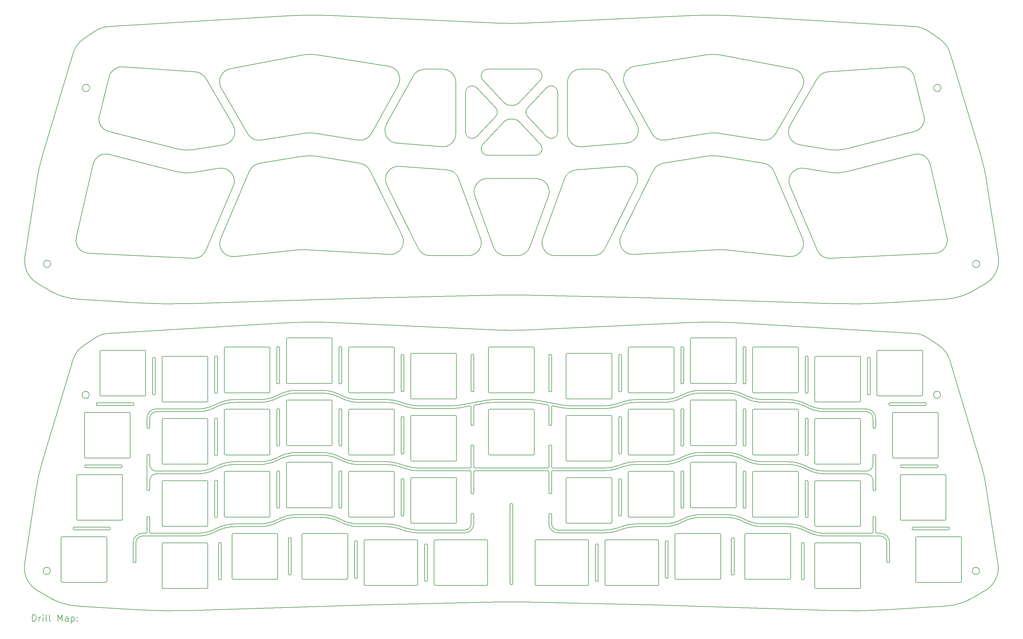
<source format=gbr>
%TF.GenerationSoftware,KiCad,Pcbnew,(6.0.7)*%
%TF.CreationDate,2022-10-14T21:09:29+03:00*%
%TF.ProjectId,tl40_fr4_gerbers,746c3430-5f66-4723-945f-676572626572,rev?*%
%TF.SameCoordinates,Original*%
%TF.FileFunction,Drillmap*%
%TF.FilePolarity,Positive*%
%FSLAX45Y45*%
G04 Gerber Fmt 4.5, Leading zero omitted, Abs format (unit mm)*
G04 Created by KiCad (PCBNEW (6.0.7)) date 2022-10-14 21:09:29*
%MOMM*%
%LPD*%
G01*
G04 APERTURE LIST*
%ADD10C,0.200000*%
G04 APERTURE END LIST*
D10*
X17382785Y-12861065D02*
X17382785Y-11771065D01*
X17467785Y-11771065D02*
X17467785Y-12861065D01*
X17442785Y-12886065D02*
G75*
G03*
X17467785Y-12861065I5J24995D01*
G01*
X17442785Y-12886065D02*
X17407785Y-12886065D01*
X17382785Y-12861065D02*
G75*
G03*
X17407785Y-12886065I24995J-5D01*
G01*
X17407785Y-11746075D02*
G75*
G03*
X17382785Y-11771065I-5J-24995D01*
G01*
X17407785Y-11746065D02*
X17442785Y-11746065D01*
X17467795Y-11771065D02*
G75*
G03*
X17442785Y-11746065I-25005J-5D01*
G01*
X18896535Y-18671315D02*
X18896535Y-17581315D01*
X18811535Y-17581315D02*
X18811535Y-18671315D01*
X18811535Y-18671315D02*
G75*
G03*
X18836535Y-18696315I24995J-5D01*
G01*
X18836535Y-18696315D02*
X18871535Y-18696315D01*
X18871535Y-18696325D02*
G75*
G03*
X18896535Y-18671315I-5J25005D01*
G01*
X18896535Y-17581315D02*
G75*
G03*
X18871535Y-17556315I-25005J-5D01*
G01*
X18871535Y-17556315D02*
X18836535Y-17556315D01*
X18836535Y-17556325D02*
G75*
G03*
X18811535Y-17581315I-5J-24995D01*
G01*
X21039660Y-18576065D02*
X21039660Y-17486065D01*
X20954660Y-17486065D02*
X20954660Y-18576065D01*
X20954665Y-18576065D02*
G75*
G03*
X20979660Y-18601065I24995J-5D01*
G01*
X20979660Y-18601065D02*
X21014660Y-18601065D01*
X21014660Y-18601070D02*
G75*
G03*
X21039660Y-18576065I0J25000D01*
G01*
X21039665Y-17486065D02*
G75*
G03*
X21014660Y-17461065I-25005J-5D01*
G01*
X21014660Y-17461065D02*
X20979660Y-17461065D01*
X20979660Y-17461070D02*
G75*
G03*
X20954660Y-17486065I0J-25000D01*
G01*
X23063722Y-18480815D02*
X23063722Y-17390815D01*
X22978722Y-17390815D02*
X22978722Y-18480815D01*
X22978725Y-18480815D02*
G75*
G03*
X23003722Y-18505815I24995J-5D01*
G01*
X23003722Y-18505815D02*
X23038722Y-18505815D01*
X23038722Y-18505822D02*
G75*
G03*
X23063722Y-18480815I-2J25002D01*
G01*
X23063725Y-17390815D02*
G75*
G03*
X23038722Y-17365815I-25005J-5D01*
G01*
X23038722Y-17365815D02*
X23003722Y-17365815D01*
X23003722Y-17365822D02*
G75*
G03*
X22978722Y-17390815I-2J-24998D01*
G01*
X25206847Y-18623690D02*
X25206847Y-17533690D01*
X25121847Y-17533690D02*
X25121847Y-18623690D01*
X25121850Y-18623690D02*
G75*
G03*
X25146847Y-18648690I25000J0D01*
G01*
X25146847Y-18648690D02*
X25181847Y-18648690D01*
X25181847Y-18648687D02*
G75*
G03*
X25206847Y-18623690I3J24997D01*
G01*
X25206850Y-17533690D02*
G75*
G03*
X25181847Y-17508690I-25000J0D01*
G01*
X25181847Y-17508690D02*
X25146847Y-17508690D01*
X25146847Y-17508687D02*
G75*
G03*
X25121847Y-17533690I3J-25003D01*
G01*
X27834035Y-13311065D02*
X28924035Y-13311065D01*
X28924035Y-13226065D02*
X27834035Y-13226065D01*
X27834035Y-13226075D02*
G75*
G03*
X27809035Y-13251065I-5J-24995D01*
G01*
X27809035Y-13251065D02*
X27809035Y-13286065D01*
X27809035Y-13286065D02*
G75*
G03*
X27834035Y-13311065I24995J-5D01*
G01*
X28924035Y-13311075D02*
G75*
G03*
X28949035Y-13286065I-5J25005D01*
G01*
X28949035Y-13286065D02*
X28949035Y-13251065D01*
X28949035Y-13251065D02*
G75*
G03*
X28924035Y-13226065I-25005J-5D01*
G01*
X28548410Y-17121065D02*
X29638410Y-17121065D01*
X29638410Y-17036065D02*
X28548410Y-17036065D01*
X28548410Y-17036070D02*
G75*
G03*
X28523410Y-17061065I0J-25000D01*
G01*
X28523410Y-17061065D02*
X28523410Y-17096065D01*
X28523415Y-17096065D02*
G75*
G03*
X28548410Y-17121065I24995J-5D01*
G01*
X29638410Y-17121070D02*
G75*
G03*
X29663410Y-17096065I0J25000D01*
G01*
X29663410Y-17096065D02*
X29663410Y-17061065D01*
X29663415Y-17061065D02*
G75*
G03*
X29638410Y-17036065I-25005J-5D01*
G01*
X28191222Y-15216065D02*
X29281222Y-15216065D01*
X29281222Y-15131065D02*
X28191222Y-15131065D01*
X28191222Y-15131072D02*
G75*
G03*
X28166222Y-15156065I-2J-24998D01*
G01*
X28166222Y-15156065D02*
X28166222Y-15191065D01*
X28166225Y-15191065D02*
G75*
G03*
X28191222Y-15216065I24995J-5D01*
G01*
X29281222Y-15216072D02*
G75*
G03*
X29306222Y-15191065I-2J25002D01*
G01*
X29306222Y-15191065D02*
X29306222Y-15156065D01*
X29306225Y-15156065D02*
G75*
G03*
X29281222Y-15131065I-25005J-5D01*
G01*
X27230910Y-12956315D02*
X27230910Y-11866315D01*
X27145910Y-11866315D02*
X27145910Y-12956315D01*
X27145915Y-12956315D02*
G75*
G03*
X27170910Y-12981315I24995J-5D01*
G01*
X27170910Y-12981315D02*
X27205910Y-12981315D01*
X27205910Y-12981320D02*
G75*
G03*
X27230910Y-12956315I0J25000D01*
G01*
X27230915Y-11866315D02*
G75*
G03*
X27205910Y-11841315I-25005J-5D01*
G01*
X27205910Y-11841315D02*
X27170910Y-11841315D01*
X27170910Y-11841320D02*
G75*
G03*
X27145910Y-11866315I0J-25000D01*
G01*
X25325910Y-12908690D02*
X25325910Y-11818690D01*
X25240910Y-11818690D02*
X25240910Y-12908690D01*
X25240910Y-12908690D02*
G75*
G03*
X25265910Y-12933690I25000J0D01*
G01*
X25265910Y-12933690D02*
X25300910Y-12933690D01*
X25300910Y-12933690D02*
G75*
G03*
X25325910Y-12908690I0J25000D01*
G01*
X25325910Y-11818690D02*
G75*
G03*
X25300910Y-11793690I-25000J0D01*
G01*
X25300910Y-11793690D02*
X25265910Y-11793690D01*
X25265910Y-11793690D02*
G75*
G03*
X25240910Y-11818690I0J-25000D01*
G01*
X23420910Y-12622940D02*
X23420910Y-11532940D01*
X23335910Y-11532940D02*
X23335910Y-12622940D01*
X23335910Y-12622940D02*
G75*
G03*
X23360910Y-12647940I25000J0D01*
G01*
X23360910Y-12647940D02*
X23395910Y-12647940D01*
X23395910Y-12647940D02*
G75*
G03*
X23420910Y-12622940I0J25000D01*
G01*
X23420910Y-11532940D02*
G75*
G03*
X23395910Y-11507940I-25000J0D01*
G01*
X23395910Y-11507940D02*
X23360910Y-11507940D01*
X23360910Y-11507940D02*
G75*
G03*
X23335910Y-11532940I0J-25000D01*
G01*
X21515910Y-12622940D02*
X21515910Y-11532940D01*
X21430910Y-11532940D02*
X21430910Y-12622940D01*
X21430910Y-12622940D02*
G75*
G03*
X21455910Y-12647940I25000J0D01*
G01*
X21455910Y-12647940D02*
X21490910Y-12647940D01*
X21490910Y-12647940D02*
G75*
G03*
X21515910Y-12622940I0J25000D01*
G01*
X21515910Y-11532940D02*
G75*
G03*
X21490910Y-11507940I-25000J0D01*
G01*
X21490910Y-11507940D02*
X21455910Y-11507940D01*
X21455910Y-11507940D02*
G75*
G03*
X21430910Y-11532940I0J-25000D01*
G01*
X19610910Y-12861065D02*
X19610910Y-11771065D01*
X19525910Y-11771065D02*
X19525910Y-12861065D01*
X19525915Y-12861065D02*
G75*
G03*
X19550910Y-12886065I24995J-5D01*
G01*
X19550910Y-12886065D02*
X19585910Y-12886065D01*
X19585910Y-12886070D02*
G75*
G03*
X19610910Y-12861065I0J25000D01*
G01*
X19610915Y-11771065D02*
G75*
G03*
X19585910Y-11746065I-25005J-5D01*
G01*
X19585910Y-11746065D02*
X19550910Y-11746065D01*
X19550910Y-11746070D02*
G75*
G03*
X19525910Y-11771065I0J-25000D01*
G01*
X25325910Y-14813690D02*
X25325910Y-13723690D01*
X25240910Y-13723690D02*
X25240910Y-14813690D01*
X25240910Y-14813690D02*
G75*
G03*
X25265910Y-14838690I25000J0D01*
G01*
X25265910Y-14838690D02*
X25300910Y-14838690D01*
X25300910Y-14838690D02*
G75*
G03*
X25325910Y-14813690I0J25000D01*
G01*
X25325910Y-13723690D02*
G75*
G03*
X25300910Y-13698690I-25000J0D01*
G01*
X25300910Y-13698690D02*
X25265910Y-13698690D01*
X25265910Y-13698690D02*
G75*
G03*
X25240910Y-13723690I0J-25000D01*
G01*
X23420910Y-14527940D02*
X23420910Y-13437940D01*
X23335910Y-13437940D02*
X23335910Y-14527940D01*
X23335910Y-14527940D02*
G75*
G03*
X23360910Y-14552940I25000J0D01*
G01*
X23360910Y-14552940D02*
X23395910Y-14552940D01*
X23395910Y-14552940D02*
G75*
G03*
X23420910Y-14527940I0J25000D01*
G01*
X23420910Y-13437940D02*
G75*
G03*
X23395910Y-13412940I-25000J0D01*
G01*
X23395910Y-13412940D02*
X23360910Y-13412940D01*
X23360910Y-13412940D02*
G75*
G03*
X23335910Y-13437940I0J-25000D01*
G01*
X21515910Y-14527940D02*
X21515910Y-13437940D01*
X21430910Y-13437940D02*
X21430910Y-14527940D01*
X21430910Y-14527940D02*
G75*
G03*
X21455910Y-14552940I25000J0D01*
G01*
X21455910Y-14552940D02*
X21490910Y-14552940D01*
X21490910Y-14552940D02*
G75*
G03*
X21515910Y-14527940I0J25000D01*
G01*
X21515910Y-13437940D02*
G75*
G03*
X21490910Y-13412940I-25000J0D01*
G01*
X21490910Y-13412940D02*
X21455910Y-13412940D01*
X21455910Y-13412940D02*
G75*
G03*
X21430910Y-13437940I0J-25000D01*
G01*
X19610910Y-14766065D02*
X19610910Y-13676065D01*
X19525910Y-13676065D02*
X19525910Y-14766065D01*
X19525915Y-14766065D02*
G75*
G03*
X19550910Y-14791065I24995J-5D01*
G01*
X19550910Y-14791065D02*
X19585910Y-14791065D01*
X19585910Y-14791070D02*
G75*
G03*
X19610910Y-14766065I0J25000D01*
G01*
X19610915Y-13676065D02*
G75*
G03*
X19585910Y-13651065I-25005J-5D01*
G01*
X19585910Y-13651065D02*
X19550910Y-13651065D01*
X19550910Y-13651070D02*
G75*
G03*
X19525910Y-13676065I0J-25000D01*
G01*
X25325910Y-16718690D02*
X25325910Y-15628690D01*
X25240910Y-15628690D02*
X25240910Y-16718690D01*
X25240910Y-16718690D02*
G75*
G03*
X25265910Y-16743690I25000J0D01*
G01*
X25265910Y-16743690D02*
X25300910Y-16743690D01*
X25300910Y-16743690D02*
G75*
G03*
X25325910Y-16718690I0J25000D01*
G01*
X25325910Y-15628690D02*
G75*
G03*
X25300910Y-15603690I-25000J0D01*
G01*
X25300910Y-15603690D02*
X25265910Y-15603690D01*
X25265910Y-15603690D02*
G75*
G03*
X25240910Y-15628690I0J-25000D01*
G01*
X23420910Y-16432940D02*
X23420910Y-15342940D01*
X23335910Y-15342940D02*
X23335910Y-16432940D01*
X23335910Y-16432940D02*
G75*
G03*
X23360910Y-16457940I25000J0D01*
G01*
X23360910Y-16457940D02*
X23395910Y-16457940D01*
X23395910Y-16457940D02*
G75*
G03*
X23420910Y-16432940I0J25000D01*
G01*
X23420910Y-15342940D02*
G75*
G03*
X23395910Y-15317940I-25000J0D01*
G01*
X23395910Y-15317940D02*
X23360910Y-15317940D01*
X23360910Y-15317940D02*
G75*
G03*
X23335910Y-15342940I0J-25000D01*
G01*
X21515910Y-16432940D02*
X21515910Y-15342940D01*
X21430910Y-15342940D02*
X21430910Y-16432940D01*
X21430910Y-16432940D02*
G75*
G03*
X21455910Y-16457940I25000J0D01*
G01*
X21455910Y-16457940D02*
X21490910Y-16457940D01*
X21490910Y-16457940D02*
G75*
G03*
X21515910Y-16432940I0J25000D01*
G01*
X21515910Y-15342940D02*
G75*
G03*
X21490910Y-15317940I-25000J0D01*
G01*
X21490910Y-15317940D02*
X21455910Y-15317940D01*
X21455910Y-15317940D02*
G75*
G03*
X21430910Y-15342940I0J-25000D01*
G01*
X19610910Y-16671065D02*
X19610910Y-15581065D01*
X19525910Y-15581065D02*
X19525910Y-16671065D01*
X19525915Y-16671065D02*
G75*
G03*
X19550910Y-16696065I24995J-5D01*
G01*
X19550910Y-16696065D02*
X19585910Y-16696065D01*
X19585910Y-16696070D02*
G75*
G03*
X19610910Y-16671065I0J25000D01*
G01*
X19610915Y-15581065D02*
G75*
G03*
X19585910Y-15556065I-25005J-5D01*
G01*
X19585910Y-15556065D02*
X19550910Y-15556065D01*
X19550910Y-15556070D02*
G75*
G03*
X19525910Y-15581065I0J-25000D01*
G01*
X15001535Y-12861065D02*
X15001535Y-11771065D01*
X15086535Y-11771065D02*
X15086535Y-12861065D01*
X15061535Y-12886065D02*
G75*
G03*
X15086535Y-12861065I5J24995D01*
G01*
X15061535Y-12886065D02*
X15026535Y-12886065D01*
X15001545Y-12861065D02*
G75*
G03*
X15026535Y-12886065I24995J-5D01*
G01*
X15026535Y-11746065D02*
G75*
G03*
X15001535Y-11771065I-5J-24995D01*
G01*
X15026535Y-11746065D02*
X15061535Y-11746065D01*
X15086535Y-11771065D02*
G75*
G03*
X15061535Y-11746065I-24995J5D01*
G01*
X13572785Y-18671315D02*
X13572785Y-17581315D01*
X13657785Y-17581315D02*
X13657785Y-18671315D01*
X13632785Y-18696315D02*
G75*
G03*
X13657785Y-18671315I5J24995D01*
G01*
X13632785Y-18696315D02*
X13597785Y-18696315D01*
X13572785Y-18671315D02*
G75*
G03*
X13597785Y-18696315I24995J-5D01*
G01*
X13597785Y-17556325D02*
G75*
G03*
X13572785Y-17581315I-5J-24995D01*
G01*
X13597785Y-17556315D02*
X13632785Y-17556315D01*
X13657795Y-17581315D02*
G75*
G03*
X13632785Y-17556315I-25005J-5D01*
G01*
X11429660Y-18576065D02*
X11429660Y-17486065D01*
X11514660Y-17486065D02*
X11514660Y-18576065D01*
X11489660Y-18601070D02*
G75*
G03*
X11514660Y-18576065I0J25000D01*
G01*
X11489660Y-18601065D02*
X11454660Y-18601065D01*
X11429665Y-18576065D02*
G75*
G03*
X11454660Y-18601065I24995J-5D01*
G01*
X11454660Y-17461070D02*
G75*
G03*
X11429660Y-17486065I0J-25000D01*
G01*
X11454660Y-17461065D02*
X11489660Y-17461065D01*
X11514665Y-17486065D02*
G75*
G03*
X11489660Y-17461065I-25005J-5D01*
G01*
X9405598Y-18480815D02*
X9405598Y-17390815D01*
X9490598Y-17390815D02*
X9490598Y-18480815D01*
X9465598Y-18505818D02*
G75*
G03*
X9490598Y-18480815I2J24998D01*
G01*
X9465598Y-18505815D02*
X9430598Y-18505815D01*
X9405605Y-18480815D02*
G75*
G03*
X9430598Y-18505815I24995J-5D01*
G01*
X9430598Y-17365818D02*
G75*
G03*
X9405598Y-17390815I2J-25002D01*
G01*
X9430598Y-17365815D02*
X9465598Y-17365815D01*
X9490605Y-17390815D02*
G75*
G03*
X9465598Y-17365815I-25005J-5D01*
G01*
X7262473Y-18623690D02*
X7262473Y-17533690D01*
X7347473Y-17533690D02*
X7347473Y-18623690D01*
X7322473Y-18648693D02*
G75*
G03*
X7347473Y-18623690I-3J25003D01*
G01*
X7322473Y-18648690D02*
X7287473Y-18648690D01*
X7262470Y-18623690D02*
G75*
G03*
X7287473Y-18648690I25000J0D01*
G01*
X7287473Y-17508693D02*
G75*
G03*
X7262473Y-17533690I-3J-24997D01*
G01*
X7287473Y-17508690D02*
X7322473Y-17508690D01*
X7347470Y-17533690D02*
G75*
G03*
X7322473Y-17508690I-25000J0D01*
G01*
X4635285Y-13311065D02*
X3545285Y-13311065D01*
X3545285Y-13226065D02*
X4635285Y-13226065D01*
X4660295Y-13251065D02*
G75*
G03*
X4635285Y-13226065I-25005J-5D01*
G01*
X4660285Y-13251065D02*
X4660285Y-13286065D01*
X4635285Y-13311065D02*
G75*
G03*
X4660285Y-13286065I5J24995D01*
G01*
X3520285Y-13286065D02*
G75*
G03*
X3545285Y-13311065I24995J-5D01*
G01*
X3520285Y-13286065D02*
X3520285Y-13251065D01*
X3545285Y-13226075D02*
G75*
G03*
X3520285Y-13251065I-5J-24995D01*
G01*
X3920910Y-17121065D02*
X2830910Y-17121065D01*
X2830910Y-17036065D02*
X3920910Y-17036065D01*
X3945915Y-17061065D02*
G75*
G03*
X3920910Y-17036065I-25005J-5D01*
G01*
X3945910Y-17061065D02*
X3945910Y-17096065D01*
X3920910Y-17121070D02*
G75*
G03*
X3945910Y-17096065I0J25000D01*
G01*
X2805910Y-17096065D02*
G75*
G03*
X2830910Y-17121065I25000J0D01*
G01*
X2805910Y-17096065D02*
X2805910Y-17061065D01*
X2830910Y-17036070D02*
G75*
G03*
X2805910Y-17061065I0J-25000D01*
G01*
X4278098Y-15216065D02*
X3188097Y-15216065D01*
X3188097Y-15131065D02*
X4278098Y-15131065D01*
X4303105Y-15156065D02*
G75*
G03*
X4278098Y-15131065I-25005J-5D01*
G01*
X4303098Y-15156065D02*
X4303098Y-15191065D01*
X4278098Y-15216068D02*
G75*
G03*
X4303098Y-15191065I2J24998D01*
G01*
X3163105Y-15191065D02*
G75*
G03*
X3188097Y-15216065I24995J-5D01*
G01*
X3163097Y-15191065D02*
X3163097Y-15156065D01*
X3188097Y-15131067D02*
G75*
G03*
X3163097Y-15156065I3J-25003D01*
G01*
X5238410Y-12956315D02*
X5238410Y-11866315D01*
X5323410Y-11866315D02*
X5323410Y-12956315D01*
X5298410Y-12981320D02*
G75*
G03*
X5323410Y-12956315I0J25000D01*
G01*
X5298410Y-12981315D02*
X5263410Y-12981315D01*
X5238415Y-12956315D02*
G75*
G03*
X5263410Y-12981315I24995J-5D01*
G01*
X5263410Y-11841320D02*
G75*
G03*
X5238410Y-11866315I0J-25000D01*
G01*
X5263410Y-11841315D02*
X5298410Y-11841315D01*
X5323415Y-11866315D02*
G75*
G03*
X5298410Y-11841315I-25005J-5D01*
G01*
X7143410Y-12908690D02*
X7143410Y-11818690D01*
X7228410Y-11818690D02*
X7228410Y-12908690D01*
X7203410Y-12933690D02*
G75*
G03*
X7228410Y-12908690I0J25000D01*
G01*
X7203410Y-12933690D02*
X7168410Y-12933690D01*
X7143410Y-12908690D02*
G75*
G03*
X7168410Y-12933690I25000J0D01*
G01*
X7168410Y-11793690D02*
G75*
G03*
X7143410Y-11818690I0J-25000D01*
G01*
X7168410Y-11793690D02*
X7203410Y-11793690D01*
X7228410Y-11818690D02*
G75*
G03*
X7203410Y-11793690I-25000J0D01*
G01*
X9048410Y-12622940D02*
X9048410Y-11532940D01*
X9133410Y-11532940D02*
X9133410Y-12622940D01*
X9108410Y-12647940D02*
G75*
G03*
X9133410Y-12622940I0J25000D01*
G01*
X9108410Y-12647940D02*
X9073410Y-12647940D01*
X9048410Y-12622940D02*
G75*
G03*
X9073410Y-12647940I25000J0D01*
G01*
X9073410Y-11507940D02*
G75*
G03*
X9048410Y-11532940I0J-25000D01*
G01*
X9073410Y-11507940D02*
X9108410Y-11507940D01*
X9133410Y-11532940D02*
G75*
G03*
X9108410Y-11507940I-25000J0D01*
G01*
X10953410Y-12622940D02*
X10953410Y-11532940D01*
X11038410Y-11532940D02*
X11038410Y-12622940D01*
X11013410Y-12647940D02*
G75*
G03*
X11038410Y-12622940I0J25000D01*
G01*
X11013410Y-12647940D02*
X10978410Y-12647940D01*
X10953410Y-12622940D02*
G75*
G03*
X10978410Y-12647940I25000J0D01*
G01*
X10978410Y-11507940D02*
G75*
G03*
X10953410Y-11532940I0J-25000D01*
G01*
X10978410Y-11507940D02*
X11013410Y-11507940D01*
X11038410Y-11532940D02*
G75*
G03*
X11013410Y-11507940I-25000J0D01*
G01*
X12858410Y-12861065D02*
X12858410Y-11771065D01*
X12943410Y-11771065D02*
X12943410Y-12861065D01*
X12918410Y-12886070D02*
G75*
G03*
X12943410Y-12861065I0J25000D01*
G01*
X12918410Y-12886065D02*
X12883410Y-12886065D01*
X12858415Y-12861065D02*
G75*
G03*
X12883410Y-12886065I24995J-5D01*
G01*
X12883410Y-11746070D02*
G75*
G03*
X12858410Y-11771065I0J-25000D01*
G01*
X12883410Y-11746065D02*
X12918410Y-11746065D01*
X12943415Y-11771065D02*
G75*
G03*
X12918410Y-11746065I-25005J-5D01*
G01*
X7143410Y-14813690D02*
X7143410Y-13723690D01*
X7228410Y-13723690D02*
X7228410Y-14813690D01*
X7203410Y-14838690D02*
G75*
G03*
X7228410Y-14813690I0J25000D01*
G01*
X7203410Y-14838690D02*
X7168410Y-14838690D01*
X7143410Y-14813690D02*
G75*
G03*
X7168410Y-14838690I25000J0D01*
G01*
X7168410Y-13698690D02*
G75*
G03*
X7143410Y-13723690I0J-25000D01*
G01*
X7168410Y-13698690D02*
X7203410Y-13698690D01*
X7228410Y-13723690D02*
G75*
G03*
X7203410Y-13698690I-25000J0D01*
G01*
X9048410Y-14527940D02*
X9048410Y-13437940D01*
X9133410Y-13437940D02*
X9133410Y-14527940D01*
X9108410Y-14552940D02*
G75*
G03*
X9133410Y-14527940I0J25000D01*
G01*
X9108410Y-14552940D02*
X9073410Y-14552940D01*
X9048410Y-14527940D02*
G75*
G03*
X9073410Y-14552940I25000J0D01*
G01*
X9073410Y-13412940D02*
G75*
G03*
X9048410Y-13437940I0J-25000D01*
G01*
X9073410Y-13412940D02*
X9108410Y-13412940D01*
X9133410Y-13437940D02*
G75*
G03*
X9108410Y-13412940I-25000J0D01*
G01*
X10953410Y-14527940D02*
X10953410Y-13437940D01*
X11038410Y-13437940D02*
X11038410Y-14527940D01*
X11013410Y-14552940D02*
G75*
G03*
X11038410Y-14527940I0J25000D01*
G01*
X11013410Y-14552940D02*
X10978410Y-14552940D01*
X10953410Y-14527940D02*
G75*
G03*
X10978410Y-14552940I25000J0D01*
G01*
X10978410Y-13412940D02*
G75*
G03*
X10953410Y-13437940I0J-25000D01*
G01*
X10978410Y-13412940D02*
X11013410Y-13412940D01*
X11038410Y-13437940D02*
G75*
G03*
X11013410Y-13412940I-25000J0D01*
G01*
X12858410Y-14766065D02*
X12858410Y-13676065D01*
X12943410Y-13676065D02*
X12943410Y-14766065D01*
X12918410Y-14791070D02*
G75*
G03*
X12943410Y-14766065I0J25000D01*
G01*
X12918410Y-14791065D02*
X12883410Y-14791065D01*
X12858415Y-14766065D02*
G75*
G03*
X12883410Y-14791065I24995J-5D01*
G01*
X12883410Y-13651070D02*
G75*
G03*
X12858410Y-13676065I0J-25000D01*
G01*
X12883410Y-13651065D02*
X12918410Y-13651065D01*
X12943415Y-13676065D02*
G75*
G03*
X12918410Y-13651065I-25005J-5D01*
G01*
X7143410Y-16718690D02*
X7143410Y-15628690D01*
X7228410Y-15628690D02*
X7228410Y-16718690D01*
X7203410Y-16743690D02*
G75*
G03*
X7228410Y-16718690I0J25000D01*
G01*
X7203410Y-16743690D02*
X7168410Y-16743690D01*
X7143410Y-16718690D02*
G75*
G03*
X7168410Y-16743690I25000J0D01*
G01*
X7168410Y-15603690D02*
G75*
G03*
X7143410Y-15628690I0J-25000D01*
G01*
X7168410Y-15603690D02*
X7203410Y-15603690D01*
X7228410Y-15628690D02*
G75*
G03*
X7203410Y-15603690I-25000J0D01*
G01*
X9048410Y-16432940D02*
X9048410Y-15342940D01*
X9133410Y-15342940D02*
X9133410Y-16432940D01*
X9108410Y-16457940D02*
G75*
G03*
X9133410Y-16432940I0J25000D01*
G01*
X9108410Y-16457940D02*
X9073410Y-16457940D01*
X9048410Y-16432940D02*
G75*
G03*
X9073410Y-16457940I25000J0D01*
G01*
X9073410Y-15317940D02*
G75*
G03*
X9048410Y-15342940I0J-25000D01*
G01*
X9073410Y-15317940D02*
X9108410Y-15317940D01*
X9133410Y-15342940D02*
G75*
G03*
X9108410Y-15317940I-25000J0D01*
G01*
X10953410Y-16432940D02*
X10953410Y-15342940D01*
X11038410Y-15342940D02*
X11038410Y-16432940D01*
X11013410Y-16457940D02*
G75*
G03*
X11038410Y-16432940I0J25000D01*
G01*
X11013410Y-16457940D02*
X10978410Y-16457940D01*
X10953410Y-16432940D02*
G75*
G03*
X10978410Y-16457940I25000J0D01*
G01*
X10978410Y-15317940D02*
G75*
G03*
X10953410Y-15342940I0J-25000D01*
G01*
X10978410Y-15317940D02*
X11013410Y-15317940D01*
X11038410Y-15342940D02*
G75*
G03*
X11013410Y-15317940I-25000J0D01*
G01*
X12858410Y-16671065D02*
X12858410Y-15581065D01*
X12943410Y-15581065D02*
X12943410Y-16671065D01*
X12918410Y-16696070D02*
G75*
G03*
X12943410Y-16671065I0J25000D01*
G01*
X12918410Y-16696065D02*
X12883410Y-16696065D01*
X12858415Y-16671065D02*
G75*
G03*
X12883410Y-16696065I24995J-5D01*
G01*
X12883410Y-15556070D02*
G75*
G03*
X12858410Y-15581065I0J-25000D01*
G01*
X12883410Y-15556065D02*
X12918410Y-15556065D01*
X12943415Y-15581065D02*
G75*
G03*
X12918410Y-15556065I-25005J-5D01*
G01*
X29390285Y-12986065D02*
G75*
G03*
X29390285Y-12986065I-110000J0D01*
G01*
X3299035Y-12986065D02*
G75*
G03*
X3299035Y-12986065I-110000J0D01*
G01*
X30580910Y-18379565D02*
G75*
G03*
X30580910Y-18379565I-110000J0D01*
G01*
X2108410Y-18379565D02*
G75*
G03*
X2108410Y-18379565I-110000J0D01*
G01*
X27290910Y-17226570D02*
G75*
G03*
X27315910Y-17201565I0J25000D01*
G01*
X27290910Y-17226565D02*
X25852102Y-17226565D01*
X27315910Y-16741565D02*
X27315910Y-17201565D01*
X27400915Y-17201565D02*
G75*
G03*
X27425910Y-17226565I24995J-5D01*
G01*
X27400910Y-17201565D02*
X27400910Y-16741565D01*
X27541223Y-17226565D02*
X27425910Y-17226565D01*
X27541223Y-17311565D02*
X25852102Y-17311565D01*
X27826225Y-17511565D02*
G75*
G03*
X27541223Y-17226565I-285005J-5D01*
G01*
X27741217Y-17511563D02*
G75*
G03*
X27541223Y-17311563I-199997J3D01*
G01*
X27741223Y-18101315D02*
X27741223Y-17511563D01*
X27826223Y-18101315D02*
X27826223Y-17511565D01*
X27801223Y-18126323D02*
G75*
G03*
X27826223Y-18101315I-3J25003D01*
G01*
X27801223Y-18126315D02*
X27766223Y-18126315D01*
X27741225Y-18101315D02*
G75*
G03*
X27766223Y-18126315I24995J-5D01*
G01*
X4928098Y-17226558D02*
G75*
G03*
X4643098Y-17511563I2J-285002D01*
G01*
X4643098Y-18101315D02*
X4643098Y-17511563D01*
X4928098Y-17226563D02*
X5043410Y-17226563D01*
X4928098Y-17311568D02*
G75*
G03*
X4728098Y-17511565I2J-200002D01*
G01*
X4728098Y-18101315D02*
X4728098Y-17511565D01*
X4928098Y-17311565D02*
X6617219Y-17311565D01*
X5153415Y-17201565D02*
G75*
G03*
X5178410Y-17226565I24995J-5D01*
G01*
X5178410Y-17226565D02*
X6617219Y-17226565D01*
X5153410Y-16741565D02*
X5153410Y-17201565D01*
X5043410Y-17226560D02*
G75*
G03*
X5068410Y-17201563I0J25000D01*
G01*
X5068410Y-16741565D02*
X5068410Y-17201563D01*
X4703098Y-18126318D02*
G75*
G03*
X4728098Y-18101315I2J24998D01*
G01*
X4703098Y-18126315D02*
X4668098Y-18126315D01*
X4643105Y-18101315D02*
G75*
G03*
X4668098Y-18126315I24995J-5D01*
G01*
X17011751Y-13150408D02*
X17838819Y-13301723D01*
X14630501Y-13301723D02*
X15457569Y-13150408D01*
X5153411Y-15606565D02*
X5153411Y-15891565D01*
X5153411Y-14836565D02*
X5153411Y-15121565D01*
X5093411Y-14811571D02*
G75*
G03*
X5068411Y-14836565I-1J-24999D01*
G01*
X5068411Y-14836565D02*
X5068411Y-15891565D01*
X5128411Y-14811565D02*
X5093411Y-14811565D01*
X5153415Y-14836565D02*
G75*
G03*
X5128411Y-14811565I-25005J-5D01*
G01*
X5128411Y-15916571D02*
G75*
G03*
X5153411Y-15891565I-1J25001D01*
G01*
X5128411Y-15916565D02*
X5093411Y-15916565D01*
X5068415Y-15891565D02*
G75*
G03*
X5093411Y-15916565I24995J-5D01*
G01*
X5353411Y-15406572D02*
G75*
G03*
X5153412Y-15606566I-1J-199998D01*
G01*
X5153411Y-15121565D02*
G75*
G03*
X5353411Y-15321565I200000J0D01*
G01*
X6617219Y-15406565D02*
X5353410Y-15406565D01*
X5353410Y-15321565D02*
X6617219Y-15321565D01*
X5093410Y-16716560D02*
G75*
G03*
X5068410Y-16741565I0J-25000D01*
G01*
X5093410Y-16716565D02*
X5128410Y-16716565D01*
X5153405Y-16741565D02*
G75*
G03*
X5128410Y-16716565I-24995J5D01*
G01*
X17467785Y-16646315D02*
X17467785Y-16931315D01*
X27315910Y-15606565D02*
X27315910Y-15891565D01*
X27315910Y-14836565D02*
X27315910Y-15121565D01*
X27315910Y-13701565D02*
X27315910Y-13986565D01*
X5068410Y-13701565D02*
X5068410Y-13986564D01*
X5068406Y-13986564D02*
G75*
G03*
X5093410Y-14011564I25005J5D01*
G01*
X5093410Y-14011564D02*
X5128410Y-14011564D01*
X5128410Y-14011560D02*
G75*
G03*
X5153410Y-13986564I0J25000D01*
G01*
X5153410Y-13701565D02*
X5153410Y-13986564D01*
X5353411Y-13501570D02*
G75*
G03*
X5153410Y-13701565I-1J-200000D01*
G01*
X5353410Y-13416570D02*
G75*
G03*
X5068410Y-13701565I0J-285000D01*
G01*
X6617219Y-13501565D02*
X5353410Y-13501565D01*
X5353410Y-13416565D02*
X6617219Y-13416565D01*
X17357785Y-15226315D02*
G75*
G03*
X17382785Y-15201315I5J24995D01*
G01*
X17382785Y-15026315D02*
X17382785Y-15201315D01*
X17182785Y-15226315D02*
X17357785Y-15226315D01*
X17382785Y-15336315D02*
G75*
G03*
X17357785Y-15311315I-24995J5D01*
G01*
X17357785Y-15311315D02*
X17182785Y-15311315D01*
X17382785Y-15336315D02*
X17382785Y-15511315D01*
X17492785Y-15311315D02*
G75*
G03*
X17467785Y-15336315I5J-25005D01*
G01*
X17467785Y-15511315D02*
X17467785Y-15336315D01*
X17667785Y-15311315D02*
X17492785Y-15311315D01*
X17467795Y-15201315D02*
G75*
G03*
X17492785Y-15226315I24995J-5D01*
G01*
X17467785Y-15026315D02*
X17467785Y-15201315D01*
X17492785Y-15226315D02*
X17667785Y-15226315D01*
X15001535Y-15336315D02*
G75*
G03*
X14976535Y-15311315I-24995J5D01*
G01*
X15001535Y-15511315D02*
X15001535Y-15336315D01*
X14801535Y-15311315D02*
X14976535Y-15311315D01*
X15111535Y-15311315D02*
G75*
G03*
X15086535Y-15336315I-5J-24995D01*
G01*
X15086535Y-15511315D02*
X15086535Y-15336315D01*
X15111535Y-15311315D02*
X15286535Y-15311315D01*
X15086535Y-15201315D02*
G75*
G03*
X15111535Y-15226315I24995J-5D01*
G01*
X15111535Y-15226315D02*
X15286535Y-15226315D01*
X15086535Y-15201315D02*
X15086535Y-15026315D01*
X14976535Y-15226315D02*
G75*
G03*
X15001535Y-15201315I5J24995D01*
G01*
X14801535Y-15226315D02*
X14976535Y-15226315D01*
X15001535Y-15026315D02*
X15001535Y-15201315D01*
X15001535Y-14546065D02*
X15001535Y-15026315D01*
X6617219Y-15406565D02*
G75*
G03*
X7158797Y-15277403I1J1199995D01*
G01*
X7213023Y-15249978D02*
X7158797Y-15277403D01*
X7754602Y-15120816D02*
G75*
G03*
X7213023Y-15249978I-2J-1200004D01*
G01*
X8522219Y-15120815D02*
X7754602Y-15120815D01*
X17467785Y-15511315D02*
X17467785Y-15991565D01*
X17667785Y-15311315D02*
X19089054Y-15311315D01*
X17667785Y-15226315D02*
X19089054Y-15226315D01*
X17467785Y-14546065D02*
X17467785Y-15026315D01*
X17838819Y-13386722D02*
G75*
G03*
X18054779Y-13406315I215961J1180412D01*
G01*
X19089053Y-13406315D02*
X18054779Y-13406315D01*
X17497284Y-13324238D02*
X17838819Y-13386723D01*
X17838819Y-13301722D02*
G75*
G03*
X18054779Y-13321315I215961J1180412D01*
G01*
X18054779Y-13321315D02*
X19089053Y-13321315D01*
X17011751Y-13235408D02*
G75*
G03*
X16795792Y-13215815I-215961J-1180412D01*
G01*
X17011751Y-13235408D02*
X17362284Y-13299539D01*
X16795792Y-13215815D02*
X15673528Y-13215815D01*
X17011751Y-13150408D02*
G75*
G03*
X16795792Y-13130815I-215961J-1180412D01*
G01*
X15673528Y-13130815D02*
X16795792Y-13130815D01*
X15673528Y-13215815D02*
G75*
G03*
X15457569Y-13235408I2J-1200005D01*
G01*
X15107036Y-13299539D02*
X15457569Y-13235408D01*
X15673528Y-13130815D02*
G75*
G03*
X15457569Y-13150408I2J-1200005D01*
G01*
X14414542Y-13406315D02*
G75*
G03*
X14630501Y-13386722I-2J1199996D01*
G01*
X14630501Y-13386722D02*
X14972036Y-13324238D01*
X14414542Y-13406315D02*
X13380267Y-13406315D01*
X14414542Y-13321315D02*
G75*
G03*
X14630501Y-13301723I-2J1200006D01*
G01*
X13380267Y-13321315D02*
X14414542Y-13321315D01*
X15001530Y-13348829D02*
G75*
G03*
X14972036Y-13324238I-25000J-1D01*
G01*
X15001535Y-13896065D02*
X15001535Y-13348829D01*
X15107035Y-13299534D02*
G75*
G03*
X15086535Y-13324131I4505J-24596D01*
G01*
X15086535Y-13896065D02*
X15086535Y-13324131D01*
X17382788Y-13324131D02*
G75*
G03*
X17362284Y-13299539I-24998J1D01*
G01*
X17382785Y-13896065D02*
X17382785Y-13324131D01*
X17497285Y-13324232D02*
G75*
G03*
X17467785Y-13348829I-4495J-24598D01*
G01*
X17467785Y-13896065D02*
X17467785Y-13348829D01*
X17382785Y-15511315D02*
X17382785Y-15991565D01*
X17182785Y-15311315D02*
X15286535Y-15311315D01*
X15286535Y-15226315D02*
X17182785Y-15226315D01*
X17382785Y-14546065D02*
X17382785Y-15026315D01*
X15086535Y-14546065D02*
X15086535Y-15026315D01*
X15086535Y-15511315D02*
X15086535Y-15991565D01*
X15001535Y-15511315D02*
X15001535Y-15991565D01*
X13380267Y-15311315D02*
X14801535Y-15311315D01*
X13380267Y-15226315D02*
X14801535Y-15226315D01*
X16277160Y-16343940D02*
X16277160Y-18771315D01*
X16192160Y-16343940D02*
X16192160Y-18771315D01*
X16217160Y-16318940D02*
G75*
G03*
X16192160Y-16343940I0J-25000D01*
G01*
X16217160Y-16318940D02*
X16252160Y-16318940D01*
X16277160Y-16343940D02*
G75*
G03*
X16252160Y-16318940I-25000J0D01*
G01*
X16192165Y-18771315D02*
G75*
G03*
X16217160Y-18796315I24995J-5D01*
G01*
X16217160Y-18796315D02*
X16252160Y-18796315D01*
X16252160Y-18796320D02*
G75*
G03*
X16277160Y-18771315I0J25000D01*
G01*
X19089053Y-17216315D02*
X17667785Y-17216315D01*
X17667785Y-17131315D02*
X19089053Y-17131315D01*
X17407785Y-16621305D02*
G75*
G03*
X17382785Y-16646315I5J-25005D01*
G01*
X17382785Y-16931315D02*
X17382785Y-16646315D01*
X17407785Y-16621315D02*
X17442785Y-16621315D01*
X17467785Y-16646315D02*
G75*
G03*
X17442785Y-16621315I-24995J5D01*
G01*
X17467795Y-16931315D02*
G75*
G03*
X17667785Y-17131315I199995J-5D01*
G01*
X17382795Y-16931315D02*
G75*
G03*
X17667785Y-17216315I284995J-5D01*
G01*
X17382785Y-13896065D02*
G75*
G03*
X17407785Y-13921065I24995J-5D01*
G01*
X17407785Y-13921065D02*
X17442785Y-13921065D01*
X17442785Y-13921065D02*
G75*
G03*
X17467785Y-13896065I5J24995D01*
G01*
X17382795Y-15991565D02*
G75*
G03*
X17407785Y-16016565I24995J-5D01*
G01*
X17407785Y-16016565D02*
X17442785Y-16016565D01*
X17442785Y-16016565D02*
G75*
G03*
X17467785Y-15991565I5J24995D01*
G01*
X17407785Y-14521065D02*
G75*
G03*
X17382785Y-14546065I5J-25005D01*
G01*
X17407785Y-14521065D02*
X17442785Y-14521065D01*
X17467795Y-14546065D02*
G75*
G03*
X17442785Y-14521065I-25005J-5D01*
G01*
X14801535Y-17216315D02*
X13380267Y-17216315D01*
X13380267Y-17131315D02*
X14801535Y-17131315D01*
X15026535Y-16621315D02*
G75*
G03*
X15001535Y-16646315I5J-25005D01*
G01*
X15001535Y-16646315D02*
X15001535Y-16931315D01*
X15026535Y-16621315D02*
X15061535Y-16621315D01*
X15086545Y-16646315D02*
G75*
G03*
X15061535Y-16621315I-25005J-5D01*
G01*
X15086535Y-16646315D02*
X15086535Y-16931315D01*
X14801535Y-17131325D02*
G75*
G03*
X15001535Y-16931315I-5J200005D01*
G01*
X14801535Y-17216325D02*
G75*
G03*
X15086535Y-16931315I-5J285005D01*
G01*
X15001535Y-15991565D02*
G75*
G03*
X15026535Y-16016565I24995J-5D01*
G01*
X15026535Y-16016565D02*
X15061535Y-16016565D01*
X15061535Y-16016565D02*
G75*
G03*
X15086535Y-15991565I5J24995D01*
G01*
X15001535Y-13896065D02*
G75*
G03*
X15026535Y-13921065I24995J-5D01*
G01*
X15026535Y-13921065D02*
X15061535Y-13921065D01*
X15061535Y-13921065D02*
G75*
G03*
X15086535Y-13896065I5J24995D01*
G01*
X15026535Y-14521075D02*
G75*
G03*
X15001535Y-14546065I-5J-24995D01*
G01*
X15026535Y-14521065D02*
X15061535Y-14521065D01*
X15086545Y-14546065D02*
G75*
G03*
X15061535Y-14521065I-25005J-5D01*
G01*
X19136535Y-18826315D02*
X20714660Y-18826315D01*
X19136535Y-17426315D02*
X20714660Y-17426315D01*
X18571535Y-18826315D02*
X16993410Y-18826315D01*
X16993410Y-17426315D02*
X18571535Y-17426315D01*
X13897785Y-18826315D02*
X15475910Y-18826315D01*
X13897785Y-17426315D02*
X15475910Y-17426315D01*
X13332785Y-18826315D02*
X11754660Y-18826315D01*
X11754660Y-17426315D02*
X13332785Y-17426315D01*
X6903410Y-18921570D02*
G75*
G03*
X6933410Y-18891565I0J30000D01*
G01*
X5533415Y-18891565D02*
G75*
G03*
X5563410Y-18921565I29995J-5D01*
G01*
X6933415Y-17551565D02*
G75*
G03*
X6903410Y-17521565I-30005J-5D01*
G01*
X5563410Y-17521570D02*
G75*
G03*
X5533410Y-17551565I0J-30000D01*
G01*
X6933410Y-17551565D02*
X6933410Y-18891565D01*
X5533410Y-17551565D02*
X5533410Y-18891565D01*
X5563410Y-18921565D02*
X6903410Y-18921565D01*
X5563410Y-17521565D02*
X6903410Y-17521565D01*
X26905910Y-18921570D02*
G75*
G03*
X26935910Y-18891565I0J30000D01*
G01*
X25535915Y-18891565D02*
G75*
G03*
X25565910Y-18921565I29995J-5D01*
G01*
X26935915Y-17551565D02*
G75*
G03*
X26905910Y-17521565I-30005J-5D01*
G01*
X25565910Y-17521570D02*
G75*
G03*
X25535910Y-17551565I0J-30000D01*
G01*
X26935910Y-17551565D02*
X26935910Y-18891565D01*
X25535910Y-17551565D02*
X25535910Y-18891565D01*
X25565910Y-18921565D02*
X26905910Y-18921565D01*
X25565910Y-17521565D02*
X26905910Y-17521565D01*
X20714660Y-18826320D02*
G75*
G03*
X20744660Y-18796315I0J30000D01*
G01*
X20744665Y-17456315D02*
G75*
G03*
X20714660Y-17426315I-30005J-5D01*
G01*
X20744660Y-17456315D02*
X20744660Y-18796315D01*
X19106545Y-18796315D02*
G75*
G03*
X19136535Y-18826315I29995J-5D01*
G01*
X19136535Y-17426315D02*
G75*
G03*
X19106535Y-17456315I5J-30005D01*
G01*
X19106535Y-17456315D02*
X19106535Y-18796315D01*
X18571535Y-18826315D02*
G75*
G03*
X18601535Y-18796315I5J29995D01*
G01*
X18601545Y-17456315D02*
G75*
G03*
X18571535Y-17426315I-30005J-5D01*
G01*
X18601535Y-17456315D02*
X18601535Y-18796315D01*
X16963415Y-18796315D02*
G75*
G03*
X16993410Y-18826315I29995J-5D01*
G01*
X16993410Y-17426320D02*
G75*
G03*
X16963410Y-17456315I0J-30000D01*
G01*
X16963410Y-17456315D02*
X16963410Y-18796315D01*
X15475910Y-18826320D02*
G75*
G03*
X15505910Y-18796315I0J30000D01*
G01*
X15505915Y-17456315D02*
G75*
G03*
X15475910Y-17426315I-30005J-5D01*
G01*
X15505910Y-17456315D02*
X15505910Y-18796315D01*
X13867795Y-18796315D02*
G75*
G03*
X13897785Y-18826315I29995J-5D01*
G01*
X13897785Y-17426315D02*
G75*
G03*
X13867785Y-17456315I5J-30005D01*
G01*
X13867785Y-17456315D02*
X13867785Y-18796315D01*
X13332785Y-18826315D02*
G75*
G03*
X13362785Y-18796315I5J29995D01*
G01*
X13362795Y-17456315D02*
G75*
G03*
X13332785Y-17426315I-30005J-5D01*
G01*
X13362785Y-17456315D02*
X13362785Y-18796315D01*
X11724665Y-18796315D02*
G75*
G03*
X11754660Y-18826315I29995J-5D01*
G01*
X11754660Y-17426320D02*
G75*
G03*
X11724660Y-17456315I0J-30000D01*
G01*
X11724660Y-17456315D02*
X11724660Y-18796315D01*
X30001535Y-18731065D02*
G75*
G03*
X30031535Y-18701065I5J29995D01*
G01*
X28631545Y-18701065D02*
G75*
G03*
X28661535Y-18731065I29995J-5D01*
G01*
X30031545Y-17361065D02*
G75*
G03*
X30001535Y-17331065I-30005J-5D01*
G01*
X28661535Y-17331065D02*
G75*
G03*
X28631535Y-17361065I5J-30005D01*
G01*
X30031535Y-17361065D02*
X30031535Y-18701065D01*
X28631535Y-17361065D02*
X28631535Y-18701065D01*
X28661535Y-18731065D02*
X30001535Y-18731065D01*
X28661535Y-17331065D02*
X30001535Y-17331065D01*
X3807785Y-18731065D02*
G75*
G03*
X3837785Y-18701065I5J29995D01*
G01*
X2437785Y-18701065D02*
G75*
G03*
X2467785Y-18731065I30000J0D01*
G01*
X3837795Y-17361065D02*
G75*
G03*
X3807785Y-17331065I-30005J-5D01*
G01*
X2467785Y-17331065D02*
G75*
G03*
X2437785Y-17361065I5J-30005D01*
G01*
X3837785Y-17361065D02*
X3837785Y-18701065D01*
X2437785Y-17361065D02*
X2437785Y-18701065D01*
X2467785Y-18731065D02*
X3807785Y-18731065D01*
X2467785Y-17331065D02*
X3807785Y-17331065D01*
X24762785Y-18635815D02*
G75*
G03*
X24792785Y-18605815I5J29995D01*
G01*
X23392795Y-18605815D02*
G75*
G03*
X23422785Y-18635815I29995J-5D01*
G01*
X24792795Y-17265815D02*
G75*
G03*
X24762785Y-17235815I-30005J-5D01*
G01*
X23422785Y-17235815D02*
G75*
G03*
X23392785Y-17265815I5J-30005D01*
G01*
X24792785Y-17265815D02*
X24792785Y-18605815D01*
X23392785Y-17265815D02*
X23392785Y-18605815D01*
X23422785Y-18635815D02*
X24762785Y-18635815D01*
X23422785Y-17235815D02*
X24762785Y-17235815D01*
X22619660Y-18635820D02*
G75*
G03*
X22649660Y-18605815I0J30000D01*
G01*
X21249665Y-18605815D02*
G75*
G03*
X21279660Y-18635815I29995J-5D01*
G01*
X22649665Y-17265815D02*
G75*
G03*
X22619660Y-17235815I-30005J-5D01*
G01*
X21279660Y-17235820D02*
G75*
G03*
X21249660Y-17265815I0J-30000D01*
G01*
X22649660Y-17265815D02*
X22649660Y-18605815D01*
X21249660Y-17265815D02*
X21249660Y-18605815D01*
X21279660Y-18635815D02*
X22619660Y-18635815D01*
X21279660Y-17235815D02*
X22619660Y-17235815D01*
X11189660Y-18635820D02*
G75*
G03*
X11219660Y-18605815I0J30000D01*
G01*
X9819665Y-18605815D02*
G75*
G03*
X9849660Y-18635815I29995J-5D01*
G01*
X11219665Y-17265815D02*
G75*
G03*
X11189660Y-17235815I-30005J-5D01*
G01*
X9849660Y-17235820D02*
G75*
G03*
X9819660Y-17265815I0J-30000D01*
G01*
X11219660Y-17265815D02*
X11219660Y-18605815D01*
X9819660Y-17265815D02*
X9819660Y-18605815D01*
X9849660Y-18635815D02*
X11189660Y-18635815D01*
X9849660Y-17235815D02*
X11189660Y-17235815D01*
X9046535Y-18635815D02*
G75*
G03*
X9076535Y-18605815I5J29995D01*
G01*
X7676545Y-18605815D02*
G75*
G03*
X7706535Y-18635815I29995J-5D01*
G01*
X9076545Y-17265815D02*
G75*
G03*
X9046535Y-17235815I-30005J-5D01*
G01*
X7706535Y-17235815D02*
G75*
G03*
X7676535Y-17265815I5J-30005D01*
G01*
X9076535Y-17265815D02*
X9076535Y-18605815D01*
X7676535Y-17265815D02*
X7676535Y-18605815D01*
X7706535Y-18635815D02*
X9046535Y-18635815D01*
X7706535Y-17235815D02*
X9046535Y-17235815D01*
X26905910Y-17016570D02*
G75*
G03*
X26935910Y-16986565I0J30000D01*
G01*
X25535915Y-16986565D02*
G75*
G03*
X25565910Y-17016565I29995J-5D01*
G01*
X26935915Y-15646565D02*
G75*
G03*
X26905910Y-15616565I-30005J-5D01*
G01*
X25565910Y-15616570D02*
G75*
G03*
X25535910Y-15646565I0J-30000D01*
G01*
X26935910Y-15646565D02*
X26935910Y-16986565D01*
X25535910Y-15646565D02*
X25535910Y-16986565D01*
X25565910Y-17016565D02*
X26905910Y-17016565D01*
X25565910Y-15616565D02*
X26905910Y-15616565D01*
X6903410Y-17016570D02*
G75*
G03*
X6933410Y-16986565I0J30000D01*
G01*
X5533415Y-16986565D02*
G75*
G03*
X5563410Y-17016565I29995J-5D01*
G01*
X6933415Y-15646565D02*
G75*
G03*
X6903410Y-15616565I-30005J-5D01*
G01*
X5563410Y-15616570D02*
G75*
G03*
X5533410Y-15646565I0J-30000D01*
G01*
X6933410Y-15646565D02*
X6933410Y-16986565D01*
X5533410Y-15646565D02*
X5533410Y-16986565D01*
X5563410Y-17016565D02*
X6903410Y-17016565D01*
X5563410Y-15616565D02*
X6903410Y-15616565D01*
X19285910Y-16921320D02*
G75*
G03*
X19315910Y-16891315I0J30000D01*
G01*
X17915915Y-16891315D02*
G75*
G03*
X17945910Y-16921315I29995J-5D01*
G01*
X19315915Y-15551315D02*
G75*
G03*
X19285910Y-15521315I-30005J-5D01*
G01*
X17945910Y-15521320D02*
G75*
G03*
X17915910Y-15551315I0J-30000D01*
G01*
X19315910Y-15551315D02*
X19315910Y-16891315D01*
X17915910Y-15551315D02*
X17915910Y-16891315D01*
X17945910Y-16921315D02*
X19285910Y-16921315D01*
X17945910Y-15521315D02*
X19285910Y-15521315D01*
X14523410Y-16921320D02*
G75*
G03*
X14553410Y-16891315I0J30000D01*
G01*
X13153415Y-16891315D02*
G75*
G03*
X13183410Y-16921315I29995J-5D01*
G01*
X14553415Y-15551315D02*
G75*
G03*
X14523410Y-15521315I-30005J-5D01*
G01*
X13183410Y-15521320D02*
G75*
G03*
X13153410Y-15551315I0J-30000D01*
G01*
X14553410Y-15551315D02*
X14553410Y-16891315D01*
X13153410Y-15551315D02*
X13153410Y-16891315D01*
X13183410Y-16921315D02*
X14523410Y-16921315D01*
X13183410Y-15521315D02*
X14523410Y-15521315D01*
X29525285Y-16826065D02*
G75*
G03*
X29555285Y-16796065I5J29995D01*
G01*
X28155295Y-16796065D02*
G75*
G03*
X28185285Y-16826065I29995J-5D01*
G01*
X29555295Y-15456065D02*
G75*
G03*
X29525285Y-15426065I-30005J-5D01*
G01*
X28185285Y-15426065D02*
G75*
G03*
X28155285Y-15456065I5J-30005D01*
G01*
X29555285Y-15456065D02*
X29555285Y-16796065D01*
X28155285Y-15456065D02*
X28155285Y-16796065D01*
X28185285Y-16826065D02*
X29525285Y-16826065D01*
X28185285Y-15426065D02*
X29525285Y-15426065D01*
X4284035Y-16826065D02*
G75*
G03*
X4314035Y-16796065I5J29995D01*
G01*
X2914035Y-16796065D02*
G75*
G03*
X2944035Y-16826065I30000J0D01*
G01*
X4314045Y-15456065D02*
G75*
G03*
X4284035Y-15426065I-30005J-5D01*
G01*
X2944035Y-15426065D02*
G75*
G03*
X2914035Y-15456065I5J-30005D01*
G01*
X4314035Y-15456065D02*
X4314035Y-16796065D01*
X2914035Y-15456065D02*
X2914035Y-16796065D01*
X2944035Y-16826065D02*
X4284035Y-16826065D01*
X2944035Y-15426065D02*
X4284035Y-15426065D01*
X25000910Y-16730820D02*
G75*
G03*
X25030910Y-16700815I0J30000D01*
G01*
X23630915Y-16700815D02*
G75*
G03*
X23660910Y-16730815I29995J-5D01*
G01*
X25030915Y-15360815D02*
G75*
G03*
X25000910Y-15330815I-30005J-5D01*
G01*
X23660910Y-15330820D02*
G75*
G03*
X23630910Y-15360815I0J-30000D01*
G01*
X25030910Y-15360815D02*
X25030910Y-16700815D01*
X23630910Y-15360815D02*
X23630910Y-16700815D01*
X23660910Y-16730815D02*
X25000910Y-16730815D01*
X23660910Y-15330815D02*
X25000910Y-15330815D01*
X21190910Y-16730820D02*
G75*
G03*
X21220910Y-16700815I0J30000D01*
G01*
X19820915Y-16700815D02*
G75*
G03*
X19850910Y-16730815I29995J-5D01*
G01*
X21220915Y-15360815D02*
G75*
G03*
X21190910Y-15330815I-30005J-5D01*
G01*
X19850910Y-15330820D02*
G75*
G03*
X19820910Y-15360815I0J-30000D01*
G01*
X21220910Y-15360815D02*
X21220910Y-16700815D01*
X19820910Y-15360815D02*
X19820910Y-16700815D01*
X19850910Y-16730815D02*
X21190910Y-16730815D01*
X19850910Y-15330815D02*
X21190910Y-15330815D01*
X12618410Y-16730820D02*
G75*
G03*
X12648410Y-16700815I0J30000D01*
G01*
X11248415Y-16700815D02*
G75*
G03*
X11278410Y-16730815I29995J-5D01*
G01*
X12648415Y-15360815D02*
G75*
G03*
X12618410Y-15330815I-30005J-5D01*
G01*
X11278410Y-15330820D02*
G75*
G03*
X11248410Y-15360815I0J-30000D01*
G01*
X12648410Y-15360815D02*
X12648410Y-16700815D01*
X11248410Y-15360815D02*
X11248410Y-16700815D01*
X11278410Y-16730815D02*
X12618410Y-16730815D01*
X11278410Y-15330815D02*
X12618410Y-15330815D01*
X8808410Y-16730820D02*
G75*
G03*
X8838410Y-16700815I0J30000D01*
G01*
X7438415Y-16700815D02*
G75*
G03*
X7468410Y-16730815I29995J-5D01*
G01*
X8838415Y-15360815D02*
G75*
G03*
X8808410Y-15330815I-30005J-5D01*
G01*
X7468410Y-15330820D02*
G75*
G03*
X7438410Y-15360815I0J-30000D01*
G01*
X8838410Y-15360815D02*
X8838410Y-16700815D01*
X7438410Y-15360815D02*
X7438410Y-16700815D01*
X7468410Y-16730815D02*
X8808410Y-16730815D01*
X7468410Y-15330815D02*
X8808410Y-15330815D01*
X23095910Y-16445070D02*
G75*
G03*
X23125910Y-16415065I0J30000D01*
G01*
X21725915Y-16415065D02*
G75*
G03*
X21755910Y-16445065I29995J-5D01*
G01*
X23125915Y-15075065D02*
G75*
G03*
X23095910Y-15045065I-30005J-5D01*
G01*
X21755910Y-15045070D02*
G75*
G03*
X21725910Y-15075065I0J-30000D01*
G01*
X23125910Y-15075065D02*
X23125910Y-16415065D01*
X21725910Y-15075065D02*
X21725910Y-16415065D01*
X21755910Y-16445065D02*
X23095910Y-16445065D01*
X21755910Y-15045065D02*
X23095910Y-15045065D01*
X10713410Y-16445070D02*
G75*
G03*
X10743410Y-16415065I0J30000D01*
G01*
X9343415Y-16415065D02*
G75*
G03*
X9373410Y-16445065I29995J-5D01*
G01*
X10743415Y-15075065D02*
G75*
G03*
X10713410Y-15045065I-30005J-5D01*
G01*
X9373410Y-15045070D02*
G75*
G03*
X9343410Y-15075065I0J-30000D01*
G01*
X10743410Y-15075065D02*
X10743410Y-16415065D01*
X9343410Y-15075065D02*
X9343410Y-16415065D01*
X9373410Y-16445065D02*
X10713410Y-16445065D01*
X9373410Y-15045065D02*
X10713410Y-15045065D01*
X26905910Y-15111570D02*
G75*
G03*
X26935910Y-15081565I0J30000D01*
G01*
X25535915Y-15081565D02*
G75*
G03*
X25565910Y-15111565I29995J-5D01*
G01*
X26935915Y-13741565D02*
G75*
G03*
X26905910Y-13711565I-30005J-5D01*
G01*
X25565910Y-13711570D02*
G75*
G03*
X25535910Y-13741565I0J-30000D01*
G01*
X26935910Y-13741565D02*
X26935910Y-15081565D01*
X25535910Y-13741565D02*
X25535910Y-15081565D01*
X25565910Y-15111565D02*
X26905910Y-15111565D01*
X25565910Y-13711565D02*
X26905910Y-13711565D01*
X6903410Y-15111570D02*
G75*
G03*
X6933410Y-15081565I0J30000D01*
G01*
X5533415Y-15081565D02*
G75*
G03*
X5563410Y-15111565I29995J-5D01*
G01*
X6933415Y-13741565D02*
G75*
G03*
X6903410Y-13711565I-30005J-5D01*
G01*
X5563410Y-13711570D02*
G75*
G03*
X5533410Y-13741565I0J-30000D01*
G01*
X6933410Y-13741565D02*
X6933410Y-15081565D01*
X5533410Y-13741565D02*
X5533410Y-15081565D01*
X5563410Y-15111565D02*
X6903410Y-15111565D01*
X5563410Y-13711565D02*
X6903410Y-13711565D01*
X19285910Y-15016320D02*
G75*
G03*
X19315910Y-14986315I0J30000D01*
G01*
X17915915Y-14986315D02*
G75*
G03*
X17945910Y-15016315I29995J-5D01*
G01*
X19315915Y-13646315D02*
G75*
G03*
X19285910Y-13616315I-30005J-5D01*
G01*
X17945910Y-13616320D02*
G75*
G03*
X17915910Y-13646315I0J-30000D01*
G01*
X19315910Y-13646315D02*
X19315910Y-14986315D01*
X17915910Y-13646315D02*
X17915910Y-14986315D01*
X17945910Y-15016315D02*
X19285910Y-15016315D01*
X17945910Y-13616315D02*
X19285910Y-13616315D01*
X14523410Y-15016320D02*
G75*
G03*
X14553410Y-14986315I0J30000D01*
G01*
X13153415Y-14986315D02*
G75*
G03*
X13183410Y-15016315I29995J-5D01*
G01*
X14553415Y-13646315D02*
G75*
G03*
X14523410Y-13616315I-30005J-5D01*
G01*
X13183410Y-13616320D02*
G75*
G03*
X13153410Y-13646315I0J-30000D01*
G01*
X14553410Y-13646315D02*
X14553410Y-14986315D01*
X13153410Y-13646315D02*
X13153410Y-14986315D01*
X13183410Y-15016315D02*
X14523410Y-15016315D01*
X13183410Y-13616315D02*
X14523410Y-13616315D01*
X29287160Y-14921070D02*
G75*
G03*
X29317160Y-14891065I0J30000D01*
G01*
X27917165Y-14891065D02*
G75*
G03*
X27947160Y-14921065I29995J-5D01*
G01*
X29317165Y-13551065D02*
G75*
G03*
X29287160Y-13521065I-30005J-5D01*
G01*
X27947160Y-13521070D02*
G75*
G03*
X27917160Y-13551065I0J-30000D01*
G01*
X29317160Y-13551065D02*
X29317160Y-14891065D01*
X27917160Y-13551065D02*
X27917160Y-14891065D01*
X27947160Y-14921065D02*
X29287160Y-14921065D01*
X27947160Y-13521065D02*
X29287160Y-13521065D01*
X4522160Y-14921070D02*
G75*
G03*
X4552160Y-14891065I0J30000D01*
G01*
X3152165Y-14891065D02*
G75*
G03*
X3182160Y-14921065I29995J-5D01*
G01*
X4552165Y-13551065D02*
G75*
G03*
X4522160Y-13521065I-30005J-5D01*
G01*
X3182160Y-13521070D02*
G75*
G03*
X3152160Y-13551065I0J-30000D01*
G01*
X4552160Y-13551065D02*
X4552160Y-14891065D01*
X3152160Y-13551065D02*
X3152160Y-14891065D01*
X3182160Y-14921065D02*
X4522160Y-14921065D01*
X3182160Y-13521065D02*
X4522160Y-13521065D01*
X25000910Y-14825820D02*
G75*
G03*
X25030910Y-14795815I0J30000D01*
G01*
X23630915Y-14795815D02*
G75*
G03*
X23660910Y-14825815I29995J-5D01*
G01*
X25030915Y-13455815D02*
G75*
G03*
X25000910Y-13425815I-30005J-5D01*
G01*
X23660910Y-13425820D02*
G75*
G03*
X23630910Y-13455815I0J-30000D01*
G01*
X25030910Y-13455815D02*
X25030910Y-14795815D01*
X23630910Y-13455815D02*
X23630910Y-14795815D01*
X23660910Y-14825815D02*
X25000910Y-14825815D01*
X23660910Y-13425815D02*
X25000910Y-13425815D01*
X21190910Y-14825820D02*
G75*
G03*
X21220910Y-14795815I0J30000D01*
G01*
X19820915Y-14795815D02*
G75*
G03*
X19850910Y-14825815I29995J-5D01*
G01*
X21220915Y-13455815D02*
G75*
G03*
X21190910Y-13425815I-30005J-5D01*
G01*
X19850910Y-13425820D02*
G75*
G03*
X19820910Y-13455815I0J-30000D01*
G01*
X21220910Y-13455815D02*
X21220910Y-14795815D01*
X19820910Y-13455815D02*
X19820910Y-14795815D01*
X19850910Y-14825815D02*
X21190910Y-14825815D01*
X19850910Y-13425815D02*
X21190910Y-13425815D01*
X16904660Y-14825820D02*
G75*
G03*
X16934660Y-14795815I0J30000D01*
G01*
X15534665Y-14795815D02*
G75*
G03*
X15564660Y-14825815I29995J-5D01*
G01*
X16934665Y-13455815D02*
G75*
G03*
X16904660Y-13425815I-30005J-5D01*
G01*
X15564660Y-13425820D02*
G75*
G03*
X15534660Y-13455815I0J-30000D01*
G01*
X16934660Y-13455815D02*
X16934660Y-14795815D01*
X15534660Y-13455815D02*
X15534660Y-14795815D01*
X15564660Y-14825815D02*
X16904660Y-14825815D01*
X15564660Y-13425815D02*
X16904660Y-13425815D01*
X12618410Y-14825820D02*
G75*
G03*
X12648410Y-14795815I0J30000D01*
G01*
X11248415Y-14795815D02*
G75*
G03*
X11278410Y-14825815I29995J-5D01*
G01*
X12648415Y-13455815D02*
G75*
G03*
X12618410Y-13425815I-30005J-5D01*
G01*
X11278410Y-13425820D02*
G75*
G03*
X11248410Y-13455815I0J-30000D01*
G01*
X12648410Y-13455815D02*
X12648410Y-14795815D01*
X11248410Y-13455815D02*
X11248410Y-14795815D01*
X11278410Y-14825815D02*
X12618410Y-14825815D01*
X11278410Y-13425815D02*
X12618410Y-13425815D01*
X8808410Y-14825820D02*
G75*
G03*
X8838410Y-14795815I0J30000D01*
G01*
X7438415Y-14795815D02*
G75*
G03*
X7468410Y-14825815I29995J-5D01*
G01*
X8838415Y-13455815D02*
G75*
G03*
X8808410Y-13425815I-30005J-5D01*
G01*
X7468410Y-13425820D02*
G75*
G03*
X7438410Y-13455815I0J-30000D01*
G01*
X8838410Y-13455815D02*
X8838410Y-14795815D01*
X7438410Y-13455815D02*
X7438410Y-14795815D01*
X7468410Y-14825815D02*
X8808410Y-14825815D01*
X7468410Y-13425815D02*
X8808410Y-13425815D01*
X23095910Y-14540070D02*
G75*
G03*
X23125910Y-14510065I0J30000D01*
G01*
X21725915Y-14510065D02*
G75*
G03*
X21755910Y-14540065I29995J-5D01*
G01*
X23125915Y-13170065D02*
G75*
G03*
X23095910Y-13140065I-30005J-5D01*
G01*
X21755910Y-13140070D02*
G75*
G03*
X21725910Y-13170065I0J-30000D01*
G01*
X23125910Y-13170065D02*
X23125910Y-14510065D01*
X21725910Y-13170065D02*
X21725910Y-14510065D01*
X21755910Y-14540065D02*
X23095910Y-14540065D01*
X21755910Y-13140065D02*
X23095910Y-13140065D01*
X10713410Y-14540070D02*
G75*
G03*
X10743410Y-14510065I0J30000D01*
G01*
X9343415Y-14510065D02*
G75*
G03*
X9373410Y-14540065I29995J-5D01*
G01*
X10743415Y-13170065D02*
G75*
G03*
X10713410Y-13140065I-30005J-5D01*
G01*
X9373410Y-13140070D02*
G75*
G03*
X9343410Y-13170065I0J-30000D01*
G01*
X10743410Y-13170065D02*
X10743410Y-14510065D01*
X9343410Y-13170065D02*
X9343410Y-14510065D01*
X9373410Y-14540065D02*
X10713410Y-14540065D01*
X9373410Y-13140065D02*
X10713410Y-13140065D01*
X26905910Y-13206570D02*
G75*
G03*
X26935910Y-13176565I0J30000D01*
G01*
X25535915Y-13176565D02*
G75*
G03*
X25565910Y-13206565I29995J-5D01*
G01*
X26935915Y-11836565D02*
G75*
G03*
X26905910Y-11806565I-30005J-5D01*
G01*
X25565910Y-11806570D02*
G75*
G03*
X25535910Y-11836565I0J-30000D01*
G01*
X26935910Y-11836565D02*
X26935910Y-13176565D01*
X25535910Y-11836565D02*
X25535910Y-13176565D01*
X25565910Y-13206565D02*
X26905910Y-13206565D01*
X25565910Y-11806565D02*
X26905910Y-11806565D01*
X6903410Y-13206570D02*
G75*
G03*
X6933410Y-13176565I0J30000D01*
G01*
X5533415Y-13176565D02*
G75*
G03*
X5563410Y-13206565I29995J-5D01*
G01*
X6933415Y-11836565D02*
G75*
G03*
X6903410Y-11806565I-30005J-5D01*
G01*
X5563410Y-11806570D02*
G75*
G03*
X5533410Y-11836565I0J-30000D01*
G01*
X6933410Y-11836565D02*
X6933410Y-13176565D01*
X5533410Y-11836565D02*
X5533410Y-13176565D01*
X5563410Y-13206565D02*
X6903410Y-13206565D01*
X5563410Y-11806565D02*
X6903410Y-11806565D01*
X19285910Y-13111320D02*
G75*
G03*
X19315910Y-13081315I0J30000D01*
G01*
X17915915Y-13081315D02*
G75*
G03*
X17945910Y-13111315I29995J-5D01*
G01*
X19315915Y-11741315D02*
G75*
G03*
X19285910Y-11711315I-30005J-5D01*
G01*
X17945910Y-11711320D02*
G75*
G03*
X17915910Y-11741315I0J-30000D01*
G01*
X19315910Y-11741315D02*
X19315910Y-13081315D01*
X17915910Y-11741315D02*
X17915910Y-13081315D01*
X17945910Y-13111315D02*
X19285910Y-13111315D01*
X17945910Y-11711315D02*
X19285910Y-11711315D01*
X14523410Y-13111320D02*
G75*
G03*
X14553410Y-13081315I0J30000D01*
G01*
X13153415Y-13081315D02*
G75*
G03*
X13183410Y-13111315I29995J-5D01*
G01*
X14553415Y-11741315D02*
G75*
G03*
X14523410Y-11711315I-30005J-5D01*
G01*
X13183410Y-11711320D02*
G75*
G03*
X13153410Y-11741315I0J-30000D01*
G01*
X14553410Y-11741315D02*
X14553410Y-13081315D01*
X13153410Y-11741315D02*
X13153410Y-13081315D01*
X13183410Y-13111315D02*
X14523410Y-13111315D01*
X13183410Y-11711315D02*
X14523410Y-11711315D01*
X28810910Y-13016070D02*
G75*
G03*
X28840910Y-12986065I0J30000D01*
G01*
X27440915Y-12986065D02*
G75*
G03*
X27470910Y-13016065I29995J-5D01*
G01*
X28840915Y-11646065D02*
G75*
G03*
X28810910Y-11616065I-30005J-5D01*
G01*
X27470910Y-11616070D02*
G75*
G03*
X27440910Y-11646065I0J-30000D01*
G01*
X28840910Y-11646065D02*
X28840910Y-12986065D01*
X27440910Y-11646065D02*
X27440910Y-12986065D01*
X27470910Y-13016065D02*
X28810910Y-13016065D01*
X27470910Y-11616065D02*
X28810910Y-11616065D01*
X4998410Y-13016070D02*
G75*
G03*
X5028410Y-12986065I0J30000D01*
G01*
X3628415Y-12986065D02*
G75*
G03*
X3658410Y-13016065I29995J-5D01*
G01*
X5028415Y-11646065D02*
G75*
G03*
X4998410Y-11616065I-30005J-5D01*
G01*
X3658410Y-11616070D02*
G75*
G03*
X3628410Y-11646065I0J-30000D01*
G01*
X5028410Y-11646065D02*
X5028410Y-12986065D01*
X3628410Y-11646065D02*
X3628410Y-12986065D01*
X3658410Y-13016065D02*
X4998410Y-13016065D01*
X3658410Y-11616065D02*
X4998410Y-11616065D01*
X25000910Y-12920820D02*
G75*
G03*
X25030910Y-12890815I0J30000D01*
G01*
X23630915Y-12890815D02*
G75*
G03*
X23660910Y-12920815I29995J-5D01*
G01*
X25030915Y-11550815D02*
G75*
G03*
X25000910Y-11520815I-30005J-5D01*
G01*
X23660910Y-11520820D02*
G75*
G03*
X23630910Y-11550815I0J-30000D01*
G01*
X25030910Y-11550815D02*
X25030910Y-12890815D01*
X23630910Y-11550815D02*
X23630910Y-12890815D01*
X23660910Y-12920815D02*
X25000910Y-12920815D01*
X23660910Y-11520815D02*
X25000910Y-11520815D01*
X21190910Y-12920820D02*
G75*
G03*
X21220910Y-12890815I0J30000D01*
G01*
X19820915Y-12890815D02*
G75*
G03*
X19850910Y-12920815I29995J-5D01*
G01*
X21220915Y-11550815D02*
G75*
G03*
X21190910Y-11520815I-30005J-5D01*
G01*
X19850910Y-11520820D02*
G75*
G03*
X19820910Y-11550815I0J-30000D01*
G01*
X21220910Y-11550815D02*
X21220910Y-12890815D01*
X19820910Y-11550815D02*
X19820910Y-12890815D01*
X19850910Y-12920815D02*
X21190910Y-12920815D01*
X19850910Y-11520815D02*
X21190910Y-11520815D01*
X16904660Y-12920820D02*
G75*
G03*
X16934660Y-12890815I0J30000D01*
G01*
X15534665Y-12890815D02*
G75*
G03*
X15564660Y-12920815I29995J-5D01*
G01*
X16934665Y-11550815D02*
G75*
G03*
X16904660Y-11520815I-30005J-5D01*
G01*
X15564660Y-11520820D02*
G75*
G03*
X15534660Y-11550815I0J-30000D01*
G01*
X16934660Y-11550815D02*
X16934660Y-12890815D01*
X15534660Y-11550815D02*
X15534660Y-12890815D01*
X15564660Y-12920815D02*
X16904660Y-12920815D01*
X15564660Y-11520815D02*
X16904660Y-11520815D01*
X12618410Y-12920820D02*
G75*
G03*
X12648410Y-12890815I0J30000D01*
G01*
X11248415Y-12890815D02*
G75*
G03*
X11278410Y-12920815I29995J-5D01*
G01*
X12648415Y-11550815D02*
G75*
G03*
X12618410Y-11520815I-30005J-5D01*
G01*
X11278410Y-11520820D02*
G75*
G03*
X11248410Y-11550815I0J-30000D01*
G01*
X12648410Y-11550815D02*
X12648410Y-12890815D01*
X11248410Y-11550815D02*
X11248410Y-12890815D01*
X11278410Y-12920815D02*
X12618410Y-12920815D01*
X11278410Y-11520815D02*
X12618410Y-11520815D01*
X8808410Y-12920820D02*
G75*
G03*
X8838410Y-12890815I0J30000D01*
G01*
X7438415Y-12890815D02*
G75*
G03*
X7468410Y-12920815I29995J-5D01*
G01*
X8838415Y-11550815D02*
G75*
G03*
X8808410Y-11520815I-30005J-5D01*
G01*
X7468410Y-11520820D02*
G75*
G03*
X7438410Y-11550815I0J-30000D01*
G01*
X8838410Y-11550815D02*
X8838410Y-12890815D01*
X7438410Y-11550815D02*
X7438410Y-12890815D01*
X7468410Y-12920815D02*
X8808410Y-12920815D01*
X7468410Y-11520815D02*
X8808410Y-11520815D01*
X23095910Y-12635070D02*
G75*
G03*
X23125910Y-12605065I0J30000D01*
G01*
X21725915Y-12605065D02*
G75*
G03*
X21755910Y-12635065I29995J-5D01*
G01*
X23125915Y-11265065D02*
G75*
G03*
X23095910Y-11235065I-30005J-5D01*
G01*
X21755910Y-11235070D02*
G75*
G03*
X21725910Y-11265065I0J-30000D01*
G01*
X23125910Y-11265065D02*
X23125910Y-12605065D01*
X21725910Y-11265065D02*
X21725910Y-12605065D01*
X21755910Y-12635065D02*
X23095910Y-12635065D01*
X21755910Y-11235065D02*
X23095910Y-11235065D01*
X10713410Y-12635070D02*
G75*
G03*
X10743410Y-12605065I0J30000D01*
G01*
X9343415Y-12605065D02*
G75*
G03*
X9373410Y-12635065I29995J-5D01*
G01*
X10743415Y-11265065D02*
G75*
G03*
X10713410Y-11235065I-30005J-5D01*
G01*
X9373410Y-11235070D02*
G75*
G03*
X9343410Y-11265065I0J-30000D01*
G01*
X10743410Y-11265065D02*
X10743410Y-12605065D01*
X9343410Y-11265065D02*
X9343410Y-12605065D01*
X9373410Y-12635065D02*
X10713410Y-12635065D01*
X9373410Y-11235065D02*
X10713410Y-11235065D01*
X27115910Y-15406565D02*
X25852101Y-15406565D01*
X25852101Y-15321565D02*
X27115910Y-15321565D01*
X27115910Y-13501565D02*
X25852101Y-13501565D01*
X25852101Y-13416565D02*
X27115910Y-13416565D01*
X27340910Y-16716570D02*
G75*
G03*
X27315910Y-16741565I0J-25000D01*
G01*
X27340910Y-16716565D02*
X27375910Y-16716565D01*
X27400915Y-16741565D02*
G75*
G03*
X27375910Y-16716565I-25005J-5D01*
G01*
X27400915Y-14836565D02*
G75*
G03*
X27375910Y-14811565I-25005J-5D01*
G01*
X27400910Y-14836565D02*
X27400910Y-15891565D01*
X27340910Y-14811565D02*
X27375910Y-14811565D01*
X27340910Y-14811570D02*
G75*
G03*
X27315910Y-14836565I0J-25000D01*
G01*
X27315915Y-15891565D02*
G75*
G03*
X27340910Y-15916565I24995J-5D01*
G01*
X27340910Y-15916565D02*
X27375910Y-15916565D01*
X27375910Y-15916570D02*
G75*
G03*
X27400910Y-15891565I0J25000D01*
G01*
X27315915Y-15606565D02*
G75*
G03*
X27115910Y-15406565I-200005J-5D01*
G01*
X27115910Y-15321570D02*
G75*
G03*
X27315910Y-15121565I0J200000D01*
G01*
X27315915Y-13986565D02*
G75*
G03*
X27340910Y-14011565I24995J-5D01*
G01*
X27340910Y-14011565D02*
X27375910Y-14011565D01*
X27375910Y-14011570D02*
G75*
G03*
X27400910Y-13986565I0J25000D01*
G01*
X27400910Y-13701565D02*
X27400910Y-13986565D01*
X27315915Y-13701565D02*
G75*
G03*
X27115910Y-13501565I-200005J-5D01*
G01*
X27400915Y-13701565D02*
G75*
G03*
X27115910Y-13416565I-285005J-5D01*
G01*
X25310523Y-13372403D02*
G75*
G03*
X25852101Y-13501565I541577J1070833D01*
G01*
X25256297Y-13344978D02*
X25310523Y-13372403D01*
X25310523Y-13287403D02*
G75*
G03*
X25852101Y-13416565I541577J1070833D01*
G01*
X25256297Y-13259978D02*
X25310523Y-13287403D01*
X25256298Y-13344977D02*
G75*
G03*
X24714719Y-13215815I-541578J-1070843D01*
G01*
X23947101Y-13215815D02*
X24714719Y-13215815D01*
X25256298Y-13259977D02*
G75*
G03*
X24714719Y-13130815I-541578J-1070843D01*
G01*
X23947101Y-13130815D02*
X24714719Y-13130815D01*
X23405523Y-13086653D02*
G75*
G03*
X23947101Y-13215815I541577J1070833D01*
G01*
X23351297Y-13059227D02*
X23405523Y-13086653D01*
X23405523Y-13001653D02*
G75*
G03*
X23947101Y-13130815I541577J1070833D01*
G01*
X23351297Y-12974227D02*
X23405523Y-13001653D01*
X23351297Y-13059227D02*
G75*
G03*
X22809719Y-12930065I-541577J-1070843D01*
G01*
X22042102Y-12930065D02*
X22809719Y-12930065D01*
X23351297Y-12974227D02*
G75*
G03*
X22809719Y-12845065I-541577J-1070843D01*
G01*
X22042102Y-12845065D02*
X22809719Y-12845065D01*
X22042102Y-12845066D02*
G75*
G03*
X21500523Y-12974228I-2J-1200004D01*
G01*
X21446297Y-13001653D02*
X21500523Y-12974228D01*
X22042102Y-12930066D02*
G75*
G03*
X21500523Y-13059228I-2J-1200004D01*
G01*
X21446297Y-13086653D02*
X21500523Y-13059228D01*
X20904719Y-13215815D02*
G75*
G03*
X21446297Y-13086653I1J1199995D01*
G01*
X20047767Y-13215815D02*
X20904719Y-13215815D01*
X20904719Y-13130815D02*
G75*
G03*
X21446297Y-13001653I1J1199995D01*
G01*
X20047767Y-13130815D02*
X20904719Y-13130815D01*
X20047767Y-13130814D02*
G75*
G03*
X19664371Y-13193710I3J-1199996D01*
G01*
X19472449Y-13258420D02*
X19664371Y-13193710D01*
X20047767Y-13215814D02*
G75*
G03*
X19664371Y-13278710I3J-1199996D01*
G01*
X19472449Y-13343420D02*
X19664371Y-13278710D01*
X19089053Y-13406316D02*
G75*
G03*
X19472449Y-13343420I-3J1199997D01*
G01*
X19089053Y-13321316D02*
G75*
G03*
X19472449Y-13258420I-3J1199997D01*
G01*
X25310523Y-17182404D02*
G75*
G03*
X25852102Y-17311565I541577J1070844D01*
G01*
X25310523Y-17182403D02*
X25256297Y-17154978D01*
X25310523Y-17097404D02*
G75*
G03*
X25852102Y-17226565I541577J1070844D01*
G01*
X25256297Y-17069978D02*
X25310523Y-17097403D01*
X25256298Y-17154977D02*
G75*
G03*
X24714719Y-17025815I-541578J-1070843D01*
G01*
X24714719Y-17025815D02*
X23947101Y-17025815D01*
X25256298Y-17069977D02*
G75*
G03*
X24714719Y-16940815I-541578J-1070843D01*
G01*
X23947101Y-16940815D02*
X24714719Y-16940815D01*
X23405523Y-16896653D02*
G75*
G03*
X23947101Y-17025815I541577J1070833D01*
G01*
X23405523Y-16896653D02*
X23351297Y-16869228D01*
X23405523Y-16811653D02*
G75*
G03*
X23947101Y-16940815I541577J1070833D01*
G01*
X23351297Y-16784228D02*
X23405523Y-16811653D01*
X23351298Y-16869227D02*
G75*
G03*
X22809719Y-16740065I-541578J-1070843D01*
G01*
X22809719Y-16740065D02*
X22042102Y-16740065D01*
X23351298Y-16784227D02*
G75*
G03*
X22809719Y-16655065I-541578J-1070843D01*
G01*
X22042102Y-16655065D02*
X22809719Y-16655065D01*
X22042102Y-16655066D02*
G75*
G03*
X21500523Y-16784228I-2J-1200004D01*
G01*
X21446297Y-16811653D02*
X21500523Y-16784228D01*
X22042102Y-16740066D02*
G75*
G03*
X21500523Y-16869228I-2J-1200004D01*
G01*
X21500523Y-16869228D02*
X21446297Y-16896653D01*
X20904719Y-17025815D02*
G75*
G03*
X21446297Y-16896653I1J1199995D01*
G01*
X20904719Y-17025815D02*
X20047767Y-17025815D01*
X20904719Y-16940815D02*
G75*
G03*
X21446297Y-16811653I1J1199995D01*
G01*
X20047767Y-16940815D02*
X20904719Y-16940815D01*
X20047767Y-16940814D02*
G75*
G03*
X19664371Y-17003710I3J-1199996D01*
G01*
X19472449Y-17068420D02*
X19664371Y-17003710D01*
X20047767Y-17025814D02*
G75*
G03*
X19664371Y-17088710I3J-1199996D01*
G01*
X19664371Y-17088710D02*
X19472449Y-17153420D01*
X19089053Y-17216317D02*
G75*
G03*
X19472449Y-17153420I-3J1199997D01*
G01*
X19089053Y-17131317D02*
G75*
G03*
X19472449Y-17068420I-3J1199997D01*
G01*
X25310523Y-15277404D02*
G75*
G03*
X25852101Y-15406565I541577J1070844D01*
G01*
X25310523Y-15277403D02*
X25256297Y-15249978D01*
X25310523Y-15192404D02*
G75*
G03*
X25852101Y-15321565I541577J1070844D01*
G01*
X25256297Y-15164978D02*
X25310523Y-15192403D01*
X25256297Y-15164977D02*
G75*
G03*
X24714719Y-15035815I-541577J-1070843D01*
G01*
X23947101Y-15035815D02*
X24714719Y-15035815D01*
X25256297Y-15249977D02*
G75*
G03*
X24714719Y-15120815I-541577J-1070843D01*
G01*
X24714719Y-15120815D02*
X23947101Y-15120815D01*
X23405523Y-14991654D02*
G75*
G03*
X23947101Y-15120815I541577J1070844D01*
G01*
X23405523Y-14991653D02*
X23351297Y-14964228D01*
X23405523Y-14906654D02*
G75*
G03*
X23947101Y-15035815I541577J1070844D01*
G01*
X23351297Y-14879228D02*
X23405523Y-14906653D01*
X23351298Y-14964227D02*
G75*
G03*
X22809719Y-14835065I-541578J-1070843D01*
G01*
X22809719Y-14835065D02*
X22042101Y-14835065D01*
X23351298Y-14879227D02*
G75*
G03*
X22809719Y-14750065I-541578J-1070843D01*
G01*
X22042101Y-14750065D02*
X22809719Y-14750065D01*
X22042101Y-14750066D02*
G75*
G03*
X21500523Y-14879228I-1J-1200004D01*
G01*
X21446297Y-14906653D02*
X21500523Y-14879228D01*
X22042101Y-14835066D02*
G75*
G03*
X21500523Y-14964228I-1J-1200004D01*
G01*
X21500523Y-14964228D02*
X21446297Y-14991653D01*
X20904719Y-15120814D02*
G75*
G03*
X21446297Y-14991653I1J1200004D01*
G01*
X20904719Y-15120815D02*
X20047767Y-15120815D01*
X20904719Y-15035814D02*
G75*
G03*
X21446297Y-14906653I1J1200004D01*
G01*
X20047767Y-15035815D02*
X20904719Y-15035815D01*
X20047767Y-15035814D02*
G75*
G03*
X19664371Y-15098710I3J-1199996D01*
G01*
X19472449Y-15163420D02*
X19664371Y-15098710D01*
X20047767Y-15120814D02*
G75*
G03*
X19664371Y-15183710I3J-1199996D01*
G01*
X19664371Y-15183710D02*
X19472449Y-15248420D01*
X19089054Y-15311316D02*
G75*
G03*
X19472449Y-15248420I-4J1199997D01*
G01*
X19089054Y-15226316D02*
G75*
G03*
X19472449Y-15163420I-4J1199997D01*
G01*
X6617219Y-17311564D02*
G75*
G03*
X7158797Y-17182403I1J1200004D01*
G01*
X7158797Y-17182403D02*
X7213023Y-17154978D01*
X6617219Y-17226564D02*
G75*
G03*
X7158797Y-17097403I1J1200004D01*
G01*
X7213023Y-17069978D02*
X7158797Y-17097403D01*
X7754601Y-17025816D02*
G75*
G03*
X7213023Y-17154978I-2J-1200004D01*
G01*
X7754601Y-17025815D02*
X8522219Y-17025815D01*
X7754601Y-16940816D02*
G75*
G03*
X7213023Y-17069978I-2J-1200004D01*
G01*
X8522219Y-16940815D02*
X7754601Y-16940815D01*
X8522219Y-17025815D02*
G75*
G03*
X9063797Y-16896653I1J1199995D01*
G01*
X9063797Y-16896653D02*
X9118023Y-16869228D01*
X8522219Y-16940815D02*
G75*
G03*
X9063797Y-16811653I1J1199995D01*
G01*
X9118023Y-16784228D02*
X9063797Y-16811653D01*
X9659602Y-16740066D02*
G75*
G03*
X9118023Y-16869228I-2J-1200004D01*
G01*
X9659602Y-16740065D02*
X10427219Y-16740065D01*
X9659602Y-16655066D02*
G75*
G03*
X9118023Y-16784228I-2J-1200004D01*
G01*
X10427219Y-16655065D02*
X9659602Y-16655065D01*
X10968798Y-16869227D02*
G75*
G03*
X10427219Y-16740065I-541578J-1070843D01*
G01*
X10968797Y-16869228D02*
X11023023Y-16896653D01*
X10968798Y-16784227D02*
G75*
G03*
X10427219Y-16655065I-541578J-1070843D01*
G01*
X11023023Y-16811653D02*
X10968797Y-16784228D01*
X11023023Y-16896653D02*
G75*
G03*
X11564601Y-17025815I541577J1070833D01*
G01*
X11564601Y-17025815D02*
X12421553Y-17025815D01*
X11023023Y-16811653D02*
G75*
G03*
X11564601Y-16940815I541577J1070833D01*
G01*
X12421553Y-16940815D02*
X11564601Y-16940815D01*
X12804949Y-17003712D02*
G75*
G03*
X12421553Y-16940815I-383399J-1137099D01*
G01*
X12996871Y-17068420D02*
X12804949Y-17003710D01*
X12804949Y-17088712D02*
G75*
G03*
X12421553Y-17025815I-383399J-1137099D01*
G01*
X12804949Y-17088710D02*
X12996871Y-17153420D01*
X12996872Y-17153419D02*
G75*
G03*
X13380267Y-17216315I383398J1137099D01*
G01*
X12996872Y-17068419D02*
G75*
G03*
X13380267Y-17131315I383398J1137099D01*
G01*
X12996872Y-15248419D02*
G75*
G03*
X13380267Y-15311315I383398J1137099D01*
G01*
X12996871Y-15248420D02*
X12804949Y-15183710D01*
X12996872Y-15163419D02*
G75*
G03*
X13380267Y-15226315I383398J1137099D01*
G01*
X12804949Y-15098710D02*
X12996871Y-15163420D01*
X12804949Y-15183711D02*
G75*
G03*
X12421553Y-15120815I-383399J-1137109D01*
G01*
X12421553Y-15120815D02*
X11564601Y-15120815D01*
X12804949Y-15098711D02*
G75*
G03*
X12421553Y-15035815I-383399J-1137109D01*
G01*
X11564601Y-15035815D02*
X12421553Y-15035815D01*
X11023023Y-14991654D02*
G75*
G03*
X11564601Y-15120815I541577J1070844D01*
G01*
X11023023Y-14991653D02*
X10968797Y-14964228D01*
X11023023Y-14906654D02*
G75*
G03*
X11564601Y-15035815I541577J1070844D01*
G01*
X10968797Y-14879228D02*
X11023023Y-14906653D01*
X10968798Y-14964227D02*
G75*
G03*
X10427219Y-14835065I-541578J-1070843D01*
G01*
X10427219Y-14835065D02*
X9659601Y-14835065D01*
X10968798Y-14879227D02*
G75*
G03*
X10427219Y-14750065I-541578J-1070843D01*
G01*
X9659602Y-14750065D02*
X10427219Y-14750065D01*
X9659602Y-14750066D02*
G75*
G03*
X9118023Y-14879228I-2J-1200004D01*
G01*
X9063797Y-14906653D02*
X9118023Y-14879228D01*
X9659601Y-14835066D02*
G75*
G03*
X9118023Y-14964228I-1J-1200004D01*
G01*
X9118023Y-14964228D02*
X9063797Y-14991653D01*
X8522219Y-15120814D02*
G75*
G03*
X9063797Y-14991653I1J1200004D01*
G01*
X8522219Y-15035815D02*
G75*
G03*
X9063797Y-14906653I1J1199995D01*
G01*
X7754601Y-15035815D02*
X8522219Y-15035815D01*
X7754601Y-15035815D02*
G75*
G03*
X7213023Y-15164978I-2J-1199995D01*
G01*
X7158797Y-15192403D02*
X7213023Y-15164978D01*
X6617219Y-15321565D02*
G75*
G03*
X7158797Y-15192403I1J1199995D01*
G01*
X12996872Y-13343419D02*
G75*
G03*
X13380267Y-13406315I383398J1137099D01*
G01*
X12996871Y-13343420D02*
X12804949Y-13278710D01*
X12996872Y-13258419D02*
G75*
G03*
X13380267Y-13321315I383398J1137099D01*
G01*
X12804949Y-13193710D02*
X12996871Y-13258420D01*
X12804949Y-13278711D02*
G75*
G03*
X12421553Y-13215815I-383399J-1137099D01*
G01*
X12421553Y-13215815D02*
X11564601Y-13215815D01*
X12804949Y-13193711D02*
G75*
G03*
X12421553Y-13130815I-383399J-1137099D01*
G01*
X11564601Y-13130815D02*
X12421553Y-13130815D01*
X11023023Y-13086654D02*
G75*
G03*
X11564601Y-13215815I541577J1070844D01*
G01*
X11023023Y-13086653D02*
X10968797Y-13059228D01*
X11023023Y-13001654D02*
G75*
G03*
X11564601Y-13130815I541577J1070844D01*
G01*
X10968797Y-12974228D02*
X11023023Y-13001653D01*
X10968798Y-13059227D02*
G75*
G03*
X10427219Y-12930065I-541578J-1070843D01*
G01*
X10427219Y-12930065D02*
X9659602Y-12930065D01*
X10968798Y-12974227D02*
G75*
G03*
X10427219Y-12845065I-541578J-1070843D01*
G01*
X9659602Y-12845065D02*
X10427219Y-12845065D01*
X9659602Y-12845065D02*
G75*
G03*
X9118023Y-12974228I-2J-1199995D01*
G01*
X9063797Y-13001653D02*
X9118023Y-12974228D01*
X9659602Y-12930066D02*
G75*
G03*
X9118023Y-13059228I-2J-1200004D01*
G01*
X9118023Y-13059228D02*
X9063797Y-13086653D01*
X7754601Y-13215816D02*
G75*
G03*
X7213023Y-13344978I-2J-1200004D01*
G01*
X7213023Y-13344978D02*
X7158797Y-13372403D01*
X8522219Y-13215815D02*
X7754601Y-13215815D01*
X7754601Y-13130816D02*
G75*
G03*
X7213023Y-13259978I-2J-1200004D01*
G01*
X7158797Y-13287403D02*
X7213023Y-13259978D01*
X7754601Y-13130815D02*
X8522219Y-13130815D01*
X8522219Y-13215815D02*
G75*
G03*
X9063797Y-13086653I1J1199995D01*
G01*
X8522219Y-13130815D02*
G75*
G03*
X9063797Y-13001653I1J1199995D01*
G01*
X6617219Y-13501565D02*
G75*
G03*
X7158797Y-13372403I1J1199995D01*
G01*
X6617219Y-13416564D02*
G75*
G03*
X7158797Y-13287403I1J1200004D01*
G01*
X16636346Y-19335281D02*
G75*
G03*
X15832974Y-19335281I-401686J-17995278D01*
G01*
X16636346Y-19335281D02*
X20714660Y-19426315D01*
X11754660Y-19426315D02*
X15832974Y-19335281D01*
X15681403Y-10995280D02*
G75*
G03*
X16787917Y-10995280I553257J11987222D01*
G01*
X15681403Y-10995280D02*
X10677656Y-10764338D01*
X21791665Y-10764338D02*
X16787917Y-10995280D01*
X23059703Y-10772885D02*
G75*
G03*
X21791665Y-10764338I-714783J-11978685D01*
G01*
X28591089Y-11102948D02*
X23059703Y-10772884D01*
X10677656Y-10764338D02*
G75*
G03*
X9409617Y-10772884I-553256J-11987232D01*
G01*
X9409617Y-10772884D02*
X3878231Y-11102948D01*
X3878231Y-11102948D02*
G75*
G03*
X3476267Y-11239829I47653J-798581D01*
G01*
X3476267Y-11239829D02*
X3113627Y-11486239D01*
X3113627Y-11486239D02*
G75*
G03*
X2796850Y-11918497I449616J-661699D01*
G01*
X2796850Y-11918497D02*
X1836891Y-15125023D01*
X30784159Y-15797593D02*
G75*
G03*
X30632429Y-15125023I-4941690J-761437D01*
G01*
X31149251Y-18167044D02*
X30784159Y-15797593D01*
X30632429Y-15125023D02*
X29672470Y-11918497D01*
X1836891Y-15125024D02*
G75*
G03*
X1685161Y-15797593I4789928J-1433996D01*
G01*
X1685161Y-15797593D02*
X1320069Y-18167044D01*
X2052213Y-19184425D02*
G75*
G03*
X2950123Y-19460748I1020754J1719901D01*
G01*
X2950123Y-19460748D02*
X4727505Y-19570125D01*
X1702436Y-18976834D02*
X2052213Y-19184425D01*
X1320069Y-18167044D02*
G75*
G03*
X1702436Y-18976834I790669J-121829D01*
G01*
X30766883Y-18976832D02*
G75*
G03*
X31149251Y-18167044I-408303J687962D01*
G01*
X30417106Y-19184425D02*
X30766884Y-18976834D01*
X28993054Y-11239827D02*
G75*
G03*
X28591089Y-11102948I-449614J-661703D01*
G01*
X29355693Y-11486238D02*
X28993053Y-11239829D01*
X29672472Y-11918497D02*
G75*
G03*
X29355693Y-11486238I-766392J-229443D01*
G01*
X29519197Y-19460748D02*
G75*
G03*
X30417106Y-19184425I-122847J1996228D01*
G01*
X27741815Y-19570125D02*
X29519197Y-19460748D01*
X26068840Y-19595167D02*
G75*
G03*
X27741815Y-19570125I567370J17991107D01*
G01*
X20714660Y-19426315D02*
X26068840Y-19595167D01*
X4727505Y-19570125D02*
G75*
G03*
X6400480Y-19595167I1105605J17966065D01*
G01*
X6400480Y-19595167D02*
X11754660Y-19426315D01*
X15688894Y-8457487D02*
G75*
G03*
X16064573Y-8720122I375676J137367D01*
G01*
X16064573Y-8720122D02*
X16422787Y-8720122D01*
X15117138Y-6893774D02*
X15688898Y-8457485D01*
X15492813Y-6356412D02*
G75*
G03*
X15117138Y-6893774I-3J-399998D01*
G01*
X16994547Y-6356411D02*
X15492813Y-6356411D01*
X16422787Y-8720118D02*
G75*
G03*
X16798461Y-8457485I3J399998D01*
G01*
X17370222Y-6893774D02*
X16798461Y-8457485D01*
X17370223Y-6893774D02*
G75*
G03*
X16994547Y-6356411I-375673J137364D01*
G01*
X14832431Y-4925698D02*
G75*
G03*
X15177455Y-5063422I199999J-2D01*
G01*
X15177455Y-5063422D02*
X15750758Y-4459722D01*
X14832430Y-4925698D02*
X14832430Y-3718308D01*
X15177453Y-3580585D02*
G75*
G03*
X14832430Y-3718308I-145023J-137725D01*
G01*
X15750757Y-4184274D02*
X15177454Y-3580584D01*
X17654933Y-3718302D02*
G75*
G03*
X17309901Y-3580577I-200003J2D01*
G01*
X17654916Y-4925698D02*
X17654926Y-3718302D01*
X17309901Y-3580577D02*
X16736599Y-4184275D01*
X17309893Y-5063415D02*
G75*
G03*
X17654916Y-4925698I145027J137715D01*
G01*
X16736598Y-4459720D02*
X17309890Y-5063418D01*
X16736601Y-4184277D02*
G75*
G03*
X16736598Y-4459720I145029J-137723D01*
G01*
X15750760Y-4459723D02*
G75*
G03*
X15750757Y-4184274I-145030J137723D01*
G01*
X16179564Y-4534133D02*
G75*
G03*
X16034539Y-4596406I-4J-199998D01*
G01*
X16179564Y-4534129D02*
X16307795Y-4534129D01*
X16034539Y-4596406D02*
X15365280Y-5301149D01*
X15365280Y-5301149D02*
G75*
G03*
X15510306Y-5638872I145030J-137721D01*
G01*
X16977042Y-5638872D02*
X15510306Y-5638872D01*
X16977042Y-5638870D02*
G75*
G03*
X17122068Y-5301150I-2J200000D01*
G01*
X17122068Y-5301150D02*
X16452821Y-4596407D01*
X16452819Y-4596410D02*
G75*
G03*
X16307795Y-4534129I-145029J-137720D01*
G01*
X16034538Y-4047590D02*
G75*
G03*
X16179563Y-4109865I145022J137720D01*
G01*
X16179563Y-4109865D02*
X16307796Y-4109865D01*
X15365283Y-3342861D02*
X16034539Y-4047589D01*
X16307796Y-4109864D02*
G75*
G03*
X16452821Y-4047588I4J199994D01*
G01*
X16452821Y-4047588D02*
X17122076Y-3342849D01*
X17122081Y-3342853D02*
G75*
G03*
X16977050Y-3005126I-145031J137723D01*
G01*
X15510306Y-3005137D02*
X16977050Y-3005126D01*
X15510306Y-3005140D02*
G75*
G03*
X15365283Y-3342861I4J-200000D01*
G01*
X18211053Y-6094999D02*
G75*
G03*
X17866705Y-6356411I31327J-398771D01*
G01*
X17198913Y-8182759D02*
X17866705Y-6356411D01*
X18211053Y-6095002D02*
X19677436Y-5979808D01*
X17198912Y-8182759D02*
G75*
G03*
X17574588Y-8720122I375678J-137361D01*
G01*
X18747280Y-8720122D02*
X17574588Y-8720122D01*
X18747280Y-8720121D02*
G75*
G03*
X19105735Y-8497634I0J400001D01*
G01*
X20067217Y-6556091D02*
X19105735Y-8497634D01*
X20067215Y-6556091D02*
G75*
G03*
X19677436Y-5979808I-358455J177511D01*
G01*
X20882860Y-5891581D02*
G75*
G03*
X20588688Y-6108870I64280J-394799D01*
G01*
X22242085Y-5670271D02*
X20882860Y-5891581D01*
X19600474Y-8104393D02*
X20588688Y-6108870D01*
X19600474Y-8104393D02*
G75*
G03*
X19981549Y-8681265I358455J-177512D01*
G01*
X22562920Y-8535047D02*
X19981549Y-8681265D01*
X24749040Y-8745554D02*
G75*
G03*
X25157978Y-8190522I41100J397884D01*
G01*
X24749040Y-8745554D02*
X22754086Y-8539478D01*
X25157978Y-8190522D02*
X24276357Y-6126921D01*
X24276357Y-6126921D02*
G75*
G03*
X23972802Y-5889269I-367837J-157149D01*
G01*
X23972802Y-5889269D02*
X22627775Y-5670271D01*
X25207790Y-6041509D02*
G75*
G03*
X24775672Y-6593455I-64280J-394801D01*
G01*
X24775672Y-6593455D02*
X25615675Y-8559640D01*
X25998224Y-6170203D02*
X25207791Y-6041505D01*
X25615673Y-8559641D02*
G75*
G03*
X26002703Y-8802030I367837J157151D01*
G01*
X26002703Y-8802030D02*
X29213181Y-8647819D01*
X29213181Y-8647820D02*
G75*
G03*
X29583838Y-8158731I-19192J399540D01*
G01*
X29583838Y-8158731D02*
X29068217Y-5914002D01*
X29068217Y-5914002D02*
G75*
G03*
X28579674Y-5615918I-389847J-89548D01*
G01*
X28579674Y-5615918D02*
X26487157Y-6148698D01*
X22754086Y-8539478D02*
G75*
G03*
X22562920Y-8535047I-123306J-1193662D01*
G01*
X22627775Y-5670271D02*
G75*
G03*
X22242085Y-5670271I-192845J-1184401D01*
G01*
X25998224Y-6170203D02*
G75*
G03*
X26487157Y-6148698I192846J1184403D01*
G01*
X14620653Y-6356412D02*
G75*
G03*
X14276307Y-6095002I-375673J-137358D01*
G01*
X15288447Y-8182759D02*
X14620655Y-6356411D01*
X14276307Y-6095002D02*
X12809924Y-5979808D01*
X14912772Y-8720121D02*
G75*
G03*
X15288447Y-8182759I-2J400001D01*
G01*
X13740080Y-8720122D02*
X14912772Y-8720122D01*
X13381624Y-8497635D02*
G75*
G03*
X13740080Y-8720122I358456J177515D01*
G01*
X12420143Y-6556091D02*
X13381625Y-8497634D01*
X12809924Y-5979806D02*
G75*
G03*
X12420143Y-6556091I-31324J-398774D01*
G01*
X11898673Y-6108870D02*
G75*
G03*
X11604500Y-5891581I-358453J-177510D01*
G01*
X10245275Y-5670271D02*
X11604500Y-5891581D01*
X12886886Y-8104393D02*
X11898672Y-6108870D01*
X12505810Y-8681274D02*
G75*
G03*
X12886886Y-8104393I22620J399364D01*
G01*
X9924440Y-8535047D02*
X12505811Y-8681265D01*
X7329381Y-8190522D02*
G75*
G03*
X7738320Y-8745554I367839J-157148D01*
G01*
X7738320Y-8745554D02*
X9733274Y-8539478D01*
X7329382Y-8190522D02*
X8211003Y-6126921D01*
X8514558Y-5889269D02*
G75*
G03*
X8211003Y-6126921I64282J-394801D01*
G01*
X8514558Y-5889269D02*
X9859585Y-5670271D01*
X7711688Y-6593455D02*
G75*
G03*
X7279569Y-6041505I-367837J157149D01*
G01*
X7711688Y-6593455D02*
X6871685Y-8559640D01*
X6489136Y-6170203D02*
X7279569Y-6041505D01*
X6484657Y-8802028D02*
G75*
G03*
X6871685Y-8559640I19193J399538D01*
G01*
X6484657Y-8802030D02*
X3274178Y-8647819D01*
X2903522Y-8158731D02*
G75*
G03*
X3274178Y-8647819I389848J-89549D01*
G01*
X2903522Y-8158731D02*
X3419142Y-5914002D01*
X3907686Y-5615917D02*
G75*
G03*
X3419142Y-5914002I-98696J-387633D01*
G01*
X3907686Y-5615918D02*
X6000203Y-6148698D01*
X9924440Y-8535046D02*
G75*
G03*
X9733274Y-8539478I-67860J-1198094D01*
G01*
X10245275Y-5670271D02*
G75*
G03*
X9859585Y-5670271I-192845J-1184401D01*
G01*
X6000203Y-6148699D02*
G75*
G03*
X6489136Y-6170203I296087J1162899D01*
G01*
X25998224Y-5470203D02*
G75*
G03*
X26487157Y-5448699I192846J1184403D01*
G01*
X25063566Y-5318022D02*
X25998224Y-5470204D01*
X26487157Y-5448699D02*
X28590581Y-4913141D01*
X19758766Y-5273422D02*
G75*
G03*
X20076972Y-4680156I-31326J398772D01*
G01*
X20076972Y-4680156D02*
X19259282Y-3210631D01*
X18386256Y-5381239D02*
X19758765Y-5273419D01*
X17954933Y-4982467D02*
G75*
G03*
X18386256Y-5381239I399997J-3D01*
G01*
X17954930Y-3405122D02*
X17954930Y-4982467D01*
X18354930Y-3005120D02*
G75*
G03*
X17954930Y-3405122I0J-400000D01*
G01*
X18909749Y-3005122D02*
X18354930Y-3005122D01*
X19259282Y-3210631D02*
G75*
G03*
X18909749Y-3005122I-349532J-194489D01*
G01*
X28581535Y-3234858D02*
G75*
G03*
X28166085Y-2932812I-388055J-97012D01*
G01*
X28166085Y-2932812D02*
X25936670Y-3085838D01*
X28879942Y-4428494D02*
X28581533Y-3234859D01*
X28590582Y-4913147D02*
G75*
G03*
X28879942Y-4428494I-98702J387637D01*
G01*
X24782043Y-4722176D02*
G75*
G03*
X25063566Y-5318022I345807J-201044D01*
G01*
X25618257Y-3283855D02*
X24782043Y-4722176D01*
X25936670Y-3085840D02*
G75*
G03*
X25618257Y-3283855I27390J-399060D01*
G01*
X25141239Y-3588344D02*
G75*
G03*
X24870522Y-2994408I-345809J201044D01*
G01*
X25141234Y-3588341D02*
X24328298Y-4986625D01*
X22641278Y-2568333D02*
X24870522Y-2994408D01*
X20009523Y-2915193D02*
G75*
G03*
X19722911Y-3504701I62917J-395017D01*
G01*
X20009523Y-2915190D02*
X22227235Y-2561937D01*
X20543354Y-4979172D02*
X19722911Y-3504701D01*
X20543356Y-4979171D02*
G75*
G03*
X20957168Y-5179482I349534J194491D01*
G01*
X22242085Y-4970272D02*
X20957168Y-5179482D01*
X23918211Y-5180384D02*
G75*
G03*
X24328298Y-4986625I64279J394804D01*
G01*
X23918211Y-5180381D02*
X22627775Y-4970272D01*
X22627775Y-4970272D02*
G75*
G03*
X22242085Y-4970272I-192845J-1184401D01*
G01*
X22641278Y-2568333D02*
G75*
G03*
X22227235Y-2561937I-225278J-1178667D01*
G01*
X6000203Y-5448699D02*
G75*
G03*
X6489136Y-5470204I296087J1162899D01*
G01*
X7423794Y-5318022D02*
X6489136Y-5470204D01*
X6000203Y-5448699D02*
X3896779Y-4913141D01*
X12410389Y-4680157D02*
G75*
G03*
X12728595Y-5273419I349532J-194491D01*
G01*
X12410388Y-4680156D02*
X13228078Y-3210631D01*
X14101104Y-5381239D02*
X12728595Y-5273419D01*
X14101104Y-5381241D02*
G75*
G03*
X14532430Y-4982467I31326J398771D01*
G01*
X14532430Y-3405122D02*
X14532430Y-4982467D01*
X14532428Y-3405122D02*
G75*
G03*
X14132430Y-3005122I-399998J2D01*
G01*
X13577611Y-3005122D02*
X14132430Y-3005122D01*
X13577611Y-3005122D02*
G75*
G03*
X13228078Y-3210631I-1J-399998D01*
G01*
X4321276Y-2932812D02*
G75*
G03*
X3905827Y-3234859I-27392J-399061D01*
G01*
X4321276Y-2932812D02*
X6550690Y-3085838D01*
X3607418Y-4428494D02*
X3905827Y-3234859D01*
X3607418Y-4428494D02*
G75*
G03*
X3896779Y-4913141I388057J-97015D01*
G01*
X7423794Y-5318022D02*
G75*
G03*
X7705317Y-4722176I-64284J394802D01*
G01*
X6869103Y-3283855D02*
X7705317Y-4722176D01*
X6869105Y-3283854D02*
G75*
G03*
X6550690Y-3085838I-345805J-201046D01*
G01*
X7616839Y-2994414D02*
G75*
G03*
X7346126Y-3588341I75091J-392886D01*
G01*
X7346126Y-3588341D02*
X8159062Y-4986625D01*
X9846082Y-2568333D02*
X7616838Y-2994408D01*
X12764451Y-3504703D02*
G75*
G03*
X12477837Y-2915190I-349531J194493D01*
G01*
X12477837Y-2915190D02*
X10260125Y-2561937D01*
X11944006Y-4979172D02*
X12764449Y-3504701D01*
X11530191Y-5179485D02*
G75*
G03*
X11944006Y-4979172I64279J394805D01*
G01*
X10245275Y-4970272D02*
X11530192Y-5179482D01*
X8159065Y-4986623D02*
G75*
G03*
X8569149Y-5180381I345805J201043D01*
G01*
X8569149Y-5180381D02*
X9859585Y-4970272D01*
X10245275Y-4970272D02*
G75*
G03*
X9859585Y-4970272I-192845J-1184401D01*
G01*
X10260125Y-2561937D02*
G75*
G03*
X9846082Y-2568333I-188765J-1185063D01*
G01*
X29399305Y-3579872D02*
G75*
G03*
X29399305Y-3579872I-110000J0D01*
G01*
X3308055Y-3579872D02*
G75*
G03*
X3308055Y-3579872I-110000J0D01*
G01*
X30589930Y-8973372D02*
G75*
G03*
X30589930Y-8973372I-110000J0D01*
G01*
X2117430Y-8973372D02*
G75*
G03*
X2117430Y-8973372I-110000J0D01*
G01*
X16645366Y-9929089D02*
G75*
G03*
X15841994Y-9929089I-401686J-17995684D01*
G01*
X16645366Y-9929089D02*
X20723680Y-10020122D01*
X11763680Y-10020122D02*
X15841994Y-9929089D01*
X15690423Y-1589087D02*
G75*
G03*
X16796937Y-1589087I553257J11987220D01*
G01*
X15690423Y-1589087D02*
X10686676Y-1358145D01*
X21800684Y-1358145D02*
X16796937Y-1589087D01*
X23068723Y-1366692D02*
G75*
G03*
X21800684Y-1358145I-714783J-11978718D01*
G01*
X28600109Y-1696755D02*
X23068723Y-1366692D01*
X10686676Y-1358145D02*
G75*
G03*
X9418637Y-1366692I-553256J-11987265D01*
G01*
X9418637Y-1366692D02*
X3887251Y-1696755D01*
X3887251Y-1696756D02*
G75*
G03*
X3485287Y-1833636I47649J-798574D01*
G01*
X3485287Y-1833636D02*
X3122646Y-2080046D01*
X3122646Y-2080046D02*
G75*
G03*
X2805870Y-2512305I449617J-661699D01*
G01*
X2805870Y-2512305D02*
X1845911Y-5718831D01*
X30793179Y-6391400D02*
G75*
G03*
X30641449Y-5718831I-4941659J-761430D01*
G01*
X31158271Y-8760851D02*
X30793179Y-6391400D01*
X30641449Y-5718831D02*
X29681490Y-2512305D01*
X1845911Y-5718831D02*
G75*
G03*
X1694181Y-6391400I4789938J-1433999D01*
G01*
X1694181Y-6391400D02*
X1329089Y-8760852D01*
X2061233Y-9778232D02*
G75*
G03*
X2959143Y-10054555I1020755J1719904D01*
G01*
X2959143Y-10054555D02*
X4736525Y-10163932D01*
X1711456Y-9570641D02*
X2061233Y-9778232D01*
X1329089Y-8760852D02*
G75*
G03*
X1711456Y-9570641I790669J-121829D01*
G01*
X30775904Y-9570642D02*
G75*
G03*
X31158271Y-8760851I-408304J687962D01*
G01*
X30426126Y-9778232D02*
X30775904Y-9570641D01*
X29002073Y-1833635D02*
G75*
G03*
X28600109Y-1696755I-449613J-661695D01*
G01*
X29364713Y-2080046D02*
X29002073Y-1833636D01*
X29681488Y-2512305D02*
G75*
G03*
X29364713Y-2080046I-766388J-229435D01*
G01*
X29528217Y-10054556D02*
G75*
G03*
X30426126Y-9778232I-122847J1996226D01*
G01*
X27750835Y-10163932D02*
X29528217Y-10054555D01*
X26077860Y-10188975D02*
G75*
G03*
X27750835Y-10163932I567370J17991015D01*
G01*
X20723680Y-10020122D02*
X26077860Y-10188974D01*
X4736525Y-10163932D02*
G75*
G03*
X6409500Y-10188974I1105605J17965972D01*
G01*
X6409500Y-10188974D02*
X11763680Y-10020122D01*
X1558357Y-19924588D02*
X1558357Y-19724588D01*
X1605976Y-19724588D01*
X1634547Y-19734111D01*
X1653595Y-19753159D01*
X1663119Y-19772207D01*
X1672642Y-19810302D01*
X1672642Y-19838873D01*
X1663119Y-19876969D01*
X1653595Y-19896016D01*
X1634547Y-19915064D01*
X1605976Y-19924588D01*
X1558357Y-19924588D01*
X1758357Y-19924588D02*
X1758357Y-19791254D01*
X1758357Y-19829349D02*
X1767881Y-19810302D01*
X1777404Y-19800778D01*
X1796452Y-19791254D01*
X1815500Y-19791254D01*
X1882166Y-19924588D02*
X1882166Y-19791254D01*
X1882166Y-19724588D02*
X1872642Y-19734111D01*
X1882166Y-19743635D01*
X1891690Y-19734111D01*
X1882166Y-19724588D01*
X1882166Y-19743635D01*
X2005976Y-19924588D02*
X1986928Y-19915064D01*
X1977404Y-19896016D01*
X1977404Y-19724588D01*
X2110738Y-19924588D02*
X2091690Y-19915064D01*
X2082166Y-19896016D01*
X2082166Y-19724588D01*
X2339309Y-19924588D02*
X2339309Y-19724588D01*
X2405976Y-19867445D01*
X2472643Y-19724588D01*
X2472643Y-19924588D01*
X2653595Y-19924588D02*
X2653595Y-19819826D01*
X2644071Y-19800778D01*
X2625024Y-19791254D01*
X2586928Y-19791254D01*
X2567881Y-19800778D01*
X2653595Y-19915064D02*
X2634547Y-19924588D01*
X2586928Y-19924588D01*
X2567881Y-19915064D01*
X2558357Y-19896016D01*
X2558357Y-19876969D01*
X2567881Y-19857921D01*
X2586928Y-19848397D01*
X2634547Y-19848397D01*
X2653595Y-19838873D01*
X2748833Y-19791254D02*
X2748833Y-19991254D01*
X2748833Y-19800778D02*
X2767881Y-19791254D01*
X2805976Y-19791254D01*
X2825023Y-19800778D01*
X2834547Y-19810302D01*
X2844071Y-19829349D01*
X2844071Y-19886492D01*
X2834547Y-19905540D01*
X2825023Y-19915064D01*
X2805976Y-19924588D01*
X2767881Y-19924588D01*
X2748833Y-19915064D01*
X2929785Y-19905540D02*
X2939309Y-19915064D01*
X2929785Y-19924588D01*
X2920262Y-19915064D01*
X2929785Y-19905540D01*
X2929785Y-19924588D01*
X2929785Y-19800778D02*
X2939309Y-19810302D01*
X2929785Y-19819826D01*
X2920262Y-19810302D01*
X2929785Y-19800778D01*
X2929785Y-19819826D01*
M02*

</source>
